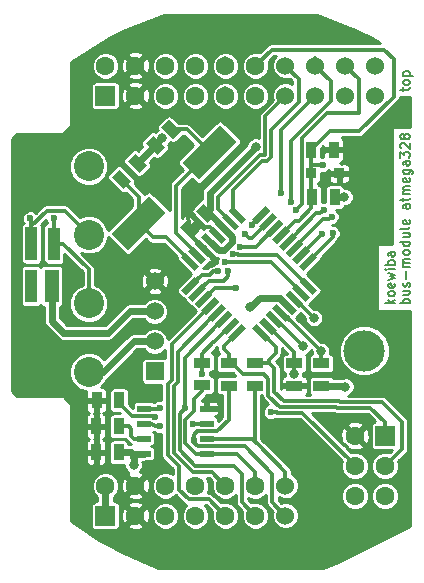
<source format=gbr>
G04 #@! TF.FileFunction,Copper,L1,Top,Signal*
%FSLAX46Y46*%
G04 Gerber Fmt 4.6, Leading zero omitted, Abs format (unit mm)*
G04 Created by KiCad (PCBNEW (2015-08-30 BZR 6133)-product) date Fr 30 Okt 2015 20:46:54 CET*
%MOMM*%
G01*
G04 APERTURE LIST*
%ADD10C,0.100000*%
%ADD11C,0.150000*%
%ADD12R,1.397000X0.889000*%
%ADD13R,1.651000X1.651000*%
%ADD14C,1.600200*%
%ADD15C,1.524000*%
%ADD16C,2.540000*%
%ADD17R,0.889000X1.397000*%
%ADD18R,1.143000X0.508000*%
%ADD19R,0.914400X0.914400*%
%ADD20C,3.500000*%
%ADD21R,1.524000X1.524000*%
%ADD22R,1.198880X2.799080*%
%ADD23R,1.000760X2.799080*%
%ADD24C,0.800000*%
%ADD25C,0.600000*%
%ADD26C,0.600000*%
%ADD27C,0.300000*%
%ADD28C,0.254000*%
G04 APERTURE END LIST*
D10*
D11*
X114336905Y-100999524D02*
X113536905Y-100999524D01*
X113841667Y-100999524D02*
X113803571Y-100923333D01*
X113803571Y-100770952D01*
X113841667Y-100694762D01*
X113879762Y-100656667D01*
X113955952Y-100618571D01*
X114184524Y-100618571D01*
X114260714Y-100656667D01*
X114298810Y-100694762D01*
X114336905Y-100770952D01*
X114336905Y-100923333D01*
X114298810Y-100999524D01*
X113803571Y-99932857D02*
X114336905Y-99932857D01*
X113803571Y-100275714D02*
X114222619Y-100275714D01*
X114298810Y-100237619D01*
X114336905Y-100161428D01*
X114336905Y-100047142D01*
X114298810Y-99970952D01*
X114260714Y-99932857D01*
X114298810Y-99589999D02*
X114336905Y-99513809D01*
X114336905Y-99361428D01*
X114298810Y-99285237D01*
X114222619Y-99247142D01*
X114184524Y-99247142D01*
X114108333Y-99285237D01*
X114070238Y-99361428D01*
X114070238Y-99475713D01*
X114032143Y-99551904D01*
X113955952Y-99589999D01*
X113917857Y-99589999D01*
X113841667Y-99551904D01*
X113803571Y-99475713D01*
X113803571Y-99361428D01*
X113841667Y-99285237D01*
X114032143Y-98904285D02*
X114032143Y-98294761D01*
X114336905Y-97913809D02*
X113803571Y-97913809D01*
X113879762Y-97913809D02*
X113841667Y-97875714D01*
X113803571Y-97799523D01*
X113803571Y-97685237D01*
X113841667Y-97609047D01*
X113917857Y-97570952D01*
X114336905Y-97570952D01*
X113917857Y-97570952D02*
X113841667Y-97532856D01*
X113803571Y-97456666D01*
X113803571Y-97342380D01*
X113841667Y-97266190D01*
X113917857Y-97228095D01*
X114336905Y-97228095D01*
X114336905Y-96732856D02*
X114298810Y-96809047D01*
X114260714Y-96847142D01*
X114184524Y-96885237D01*
X113955952Y-96885237D01*
X113879762Y-96847142D01*
X113841667Y-96809047D01*
X113803571Y-96732856D01*
X113803571Y-96618570D01*
X113841667Y-96542380D01*
X113879762Y-96504285D01*
X113955952Y-96466189D01*
X114184524Y-96466189D01*
X114260714Y-96504285D01*
X114298810Y-96542380D01*
X114336905Y-96618570D01*
X114336905Y-96732856D01*
X114336905Y-95780475D02*
X113536905Y-95780475D01*
X114298810Y-95780475D02*
X114336905Y-95856665D01*
X114336905Y-96009046D01*
X114298810Y-96085237D01*
X114260714Y-96123332D01*
X114184524Y-96161427D01*
X113955952Y-96161427D01*
X113879762Y-96123332D01*
X113841667Y-96085237D01*
X113803571Y-96009046D01*
X113803571Y-95856665D01*
X113841667Y-95780475D01*
X113803571Y-95056665D02*
X114336905Y-95056665D01*
X113803571Y-95399522D02*
X114222619Y-95399522D01*
X114298810Y-95361427D01*
X114336905Y-95285236D01*
X114336905Y-95170950D01*
X114298810Y-95094760D01*
X114260714Y-95056665D01*
X114336905Y-94561426D02*
X114298810Y-94637617D01*
X114222619Y-94675712D01*
X113536905Y-94675712D01*
X114298810Y-93951902D02*
X114336905Y-94028092D01*
X114336905Y-94180473D01*
X114298810Y-94256664D01*
X114222619Y-94294759D01*
X113917857Y-94294759D01*
X113841667Y-94256664D01*
X113803571Y-94180473D01*
X113803571Y-94028092D01*
X113841667Y-93951902D01*
X113917857Y-93913807D01*
X113994048Y-93913807D01*
X114070238Y-94294759D01*
X114336905Y-92618569D02*
X113917857Y-92618569D01*
X113841667Y-92656664D01*
X113803571Y-92732854D01*
X113803571Y-92885235D01*
X113841667Y-92961426D01*
X114298810Y-92618569D02*
X114336905Y-92694759D01*
X114336905Y-92885235D01*
X114298810Y-92961426D01*
X114222619Y-92999521D01*
X114146429Y-92999521D01*
X114070238Y-92961426D01*
X114032143Y-92885235D01*
X114032143Y-92694759D01*
X113994048Y-92618569D01*
X113803571Y-92351902D02*
X113803571Y-92047140D01*
X113536905Y-92237616D02*
X114222619Y-92237616D01*
X114298810Y-92199521D01*
X114336905Y-92123330D01*
X114336905Y-92047140D01*
X114336905Y-91780473D02*
X113803571Y-91780473D01*
X113879762Y-91780473D02*
X113841667Y-91742378D01*
X113803571Y-91666187D01*
X113803571Y-91551901D01*
X113841667Y-91475711D01*
X113917857Y-91437616D01*
X114336905Y-91437616D01*
X113917857Y-91437616D02*
X113841667Y-91399520D01*
X113803571Y-91323330D01*
X113803571Y-91209044D01*
X113841667Y-91132854D01*
X113917857Y-91094759D01*
X114336905Y-91094759D01*
X114298810Y-90409044D02*
X114336905Y-90485234D01*
X114336905Y-90637615D01*
X114298810Y-90713806D01*
X114222619Y-90751901D01*
X113917857Y-90751901D01*
X113841667Y-90713806D01*
X113803571Y-90637615D01*
X113803571Y-90485234D01*
X113841667Y-90409044D01*
X113917857Y-90370949D01*
X113994048Y-90370949D01*
X114070238Y-90751901D01*
X113803571Y-89685235D02*
X114451190Y-89685235D01*
X114527381Y-89723330D01*
X114565476Y-89761425D01*
X114603571Y-89837616D01*
X114603571Y-89951901D01*
X114565476Y-90028092D01*
X114298810Y-89685235D02*
X114336905Y-89761425D01*
X114336905Y-89913806D01*
X114298810Y-89989997D01*
X114260714Y-90028092D01*
X114184524Y-90066187D01*
X113955952Y-90066187D01*
X113879762Y-90028092D01*
X113841667Y-89989997D01*
X113803571Y-89913806D01*
X113803571Y-89761425D01*
X113841667Y-89685235D01*
X114336905Y-88961425D02*
X113917857Y-88961425D01*
X113841667Y-88999520D01*
X113803571Y-89075710D01*
X113803571Y-89228091D01*
X113841667Y-89304282D01*
X114298810Y-88961425D02*
X114336905Y-89037615D01*
X114336905Y-89228091D01*
X114298810Y-89304282D01*
X114222619Y-89342377D01*
X114146429Y-89342377D01*
X114070238Y-89304282D01*
X114032143Y-89228091D01*
X114032143Y-89037615D01*
X113994048Y-88961425D01*
X113536905Y-88656662D02*
X113536905Y-88161424D01*
X113841667Y-88428091D01*
X113841667Y-88313805D01*
X113879762Y-88237615D01*
X113917857Y-88199519D01*
X113994048Y-88161424D01*
X114184524Y-88161424D01*
X114260714Y-88199519D01*
X114298810Y-88237615D01*
X114336905Y-88313805D01*
X114336905Y-88542377D01*
X114298810Y-88618567D01*
X114260714Y-88656662D01*
X113613095Y-87856662D02*
X113575000Y-87818567D01*
X113536905Y-87742376D01*
X113536905Y-87551900D01*
X113575000Y-87475710D01*
X113613095Y-87437614D01*
X113689286Y-87399519D01*
X113765476Y-87399519D01*
X113879762Y-87437614D01*
X114336905Y-87894757D01*
X114336905Y-87399519D01*
X113879762Y-86942376D02*
X113841667Y-87018567D01*
X113803571Y-87056662D01*
X113727381Y-87094757D01*
X113689286Y-87094757D01*
X113613095Y-87056662D01*
X113575000Y-87018567D01*
X113536905Y-86942376D01*
X113536905Y-86789995D01*
X113575000Y-86713805D01*
X113613095Y-86675709D01*
X113689286Y-86637614D01*
X113727381Y-86637614D01*
X113803571Y-86675709D01*
X113841667Y-86713805D01*
X113879762Y-86789995D01*
X113879762Y-86942376D01*
X113917857Y-87018567D01*
X113955952Y-87056662D01*
X114032143Y-87094757D01*
X114184524Y-87094757D01*
X114260714Y-87056662D01*
X114298810Y-87018567D01*
X114336905Y-86942376D01*
X114336905Y-86789995D01*
X114298810Y-86713805D01*
X114260714Y-86675709D01*
X114184524Y-86637614D01*
X114032143Y-86637614D01*
X113955952Y-86675709D01*
X113917857Y-86713805D01*
X113879762Y-86789995D01*
X113803571Y-83016191D02*
X113803571Y-82711429D01*
X113536905Y-82901905D02*
X114222619Y-82901905D01*
X114298810Y-82863810D01*
X114336905Y-82787619D01*
X114336905Y-82711429D01*
X114336905Y-82330476D02*
X114298810Y-82406667D01*
X114260714Y-82444762D01*
X114184524Y-82482857D01*
X113955952Y-82482857D01*
X113879762Y-82444762D01*
X113841667Y-82406667D01*
X113803571Y-82330476D01*
X113803571Y-82216190D01*
X113841667Y-82140000D01*
X113879762Y-82101905D01*
X113955952Y-82063809D01*
X114184524Y-82063809D01*
X114260714Y-82101905D01*
X114298810Y-82140000D01*
X114336905Y-82216190D01*
X114336905Y-82330476D01*
X113803571Y-81720952D02*
X114603571Y-81720952D01*
X113841667Y-81720952D02*
X113803571Y-81644761D01*
X113803571Y-81492380D01*
X113841667Y-81416190D01*
X113879762Y-81378095D01*
X113955952Y-81339999D01*
X114184524Y-81339999D01*
X114260714Y-81378095D01*
X114298810Y-81416190D01*
X114336905Y-81492380D01*
X114336905Y-81644761D01*
X114298810Y-81720952D01*
X113066905Y-100999524D02*
X112266905Y-100999524D01*
X112762143Y-100923333D02*
X113066905Y-100694762D01*
X112533571Y-100694762D02*
X112838333Y-100999524D01*
X113066905Y-100237619D02*
X113028810Y-100313810D01*
X112990714Y-100351905D01*
X112914524Y-100390000D01*
X112685952Y-100390000D01*
X112609762Y-100351905D01*
X112571667Y-100313810D01*
X112533571Y-100237619D01*
X112533571Y-100123333D01*
X112571667Y-100047143D01*
X112609762Y-100009048D01*
X112685952Y-99970952D01*
X112914524Y-99970952D01*
X112990714Y-100009048D01*
X113028810Y-100047143D01*
X113066905Y-100123333D01*
X113066905Y-100237619D01*
X113028810Y-99323333D02*
X113066905Y-99399523D01*
X113066905Y-99551904D01*
X113028810Y-99628095D01*
X112952619Y-99666190D01*
X112647857Y-99666190D01*
X112571667Y-99628095D01*
X112533571Y-99551904D01*
X112533571Y-99399523D01*
X112571667Y-99323333D01*
X112647857Y-99285238D01*
X112724048Y-99285238D01*
X112800238Y-99666190D01*
X112533571Y-99018571D02*
X113066905Y-98866190D01*
X112685952Y-98713809D01*
X113066905Y-98561428D01*
X112533571Y-98409047D01*
X113066905Y-98104286D02*
X112533571Y-98104286D01*
X112266905Y-98104286D02*
X112305000Y-98142381D01*
X112343095Y-98104286D01*
X112305000Y-98066191D01*
X112266905Y-98104286D01*
X112343095Y-98104286D01*
X113066905Y-97723334D02*
X112266905Y-97723334D01*
X112571667Y-97723334D02*
X112533571Y-97647143D01*
X112533571Y-97494762D01*
X112571667Y-97418572D01*
X112609762Y-97380477D01*
X112685952Y-97342381D01*
X112914524Y-97342381D01*
X112990714Y-97380477D01*
X113028810Y-97418572D01*
X113066905Y-97494762D01*
X113066905Y-97647143D01*
X113028810Y-97723334D01*
X113066905Y-96656667D02*
X112647857Y-96656667D01*
X112571667Y-96694762D01*
X112533571Y-96770952D01*
X112533571Y-96923333D01*
X112571667Y-96999524D01*
X113028810Y-96656667D02*
X113066905Y-96732857D01*
X113066905Y-96923333D01*
X113028810Y-96999524D01*
X112952619Y-97037619D01*
X112876429Y-97037619D01*
X112800238Y-96999524D01*
X112762143Y-96923333D01*
X112762143Y-96732857D01*
X112724048Y-96656667D01*
D12*
X99000000Y-106057500D03*
X99000000Y-107962500D03*
X101250000Y-106057500D03*
X101250000Y-107962500D03*
D13*
X88575000Y-118970000D03*
D14*
X88575000Y-116430000D03*
X91115000Y-118970000D03*
X91115000Y-116430000D03*
X93655000Y-118970000D03*
X93655000Y-116430000D03*
X96195000Y-118970000D03*
X96195000Y-116430000D03*
X98735000Y-118970000D03*
X98735000Y-116430000D03*
X101275000Y-118970000D03*
X101275000Y-116430000D03*
D15*
X103815000Y-118970000D03*
X103815000Y-116430000D03*
D13*
X88575000Y-83410000D03*
D14*
X88575000Y-80870000D03*
X91115000Y-83410000D03*
X91115000Y-80870000D03*
X93655000Y-83410000D03*
X93655000Y-80870000D03*
X96195000Y-83410000D03*
X96195000Y-80870000D03*
X98735000Y-83410000D03*
X98735000Y-80870000D03*
X101275000Y-83410000D03*
X101275000Y-80870000D03*
D15*
X103815000Y-83410000D03*
X103815000Y-80870000D03*
X106355000Y-83410000D03*
X106355000Y-80870000D03*
X108895000Y-83410000D03*
X108895000Y-80870000D03*
X111435000Y-83410000D03*
X111435000Y-80870000D03*
D13*
X112250000Y-112210000D03*
D14*
X109710000Y-112210000D03*
X112250000Y-114750000D03*
X109710000Y-114750000D03*
X112250000Y-117290000D03*
X109710000Y-117290000D03*
D10*
G36*
X95866605Y-95521223D02*
X94878777Y-94533395D01*
X95507395Y-93904777D01*
X96495223Y-94892605D01*
X95866605Y-95521223D01*
X95866605Y-95521223D01*
G37*
G36*
X97213643Y-94174185D02*
X96225815Y-93186357D01*
X96854433Y-92557739D01*
X97842261Y-93545567D01*
X97213643Y-94174185D01*
X97213643Y-94174185D01*
G37*
D16*
X87175000Y-101010000D03*
D10*
G36*
X93942433Y-85454739D02*
X94930261Y-86442567D01*
X94301643Y-87071185D01*
X93313815Y-86083357D01*
X93942433Y-85454739D01*
X93942433Y-85454739D01*
G37*
G36*
X92595395Y-86801777D02*
X93583223Y-87789605D01*
X92954605Y-88418223D01*
X91966777Y-87430395D01*
X92595395Y-86801777D01*
X92595395Y-86801777D01*
G37*
G36*
X90081086Y-91291742D02*
X89093258Y-90303914D01*
X89721876Y-89675296D01*
X90709704Y-90663124D01*
X90081086Y-91291742D01*
X90081086Y-91291742D01*
G37*
G36*
X91428124Y-89944704D02*
X90440296Y-88956876D01*
X91068914Y-88328258D01*
X92056742Y-89316086D01*
X91428124Y-89944704D01*
X91428124Y-89944704D01*
G37*
D17*
X87775000Y-113610000D03*
X89680000Y-113610000D03*
D12*
X106863000Y-106079500D03*
X106863000Y-107984500D03*
D17*
X106095000Y-92000000D03*
X108000000Y-92000000D03*
D16*
X87175000Y-89410000D03*
X87175000Y-95210000D03*
X87175000Y-106810000D03*
D12*
X104577000Y-107984500D03*
X104577000Y-106079500D03*
D17*
X87775000Y-111410000D03*
X89680000Y-111410000D03*
D12*
X96750000Y-106010000D03*
X96750000Y-107915000D03*
D17*
X87822500Y-109210000D03*
X89727500Y-109210000D03*
X107905000Y-88000000D03*
X106000000Y-88000000D03*
D18*
X97167000Y-109905000D03*
X91833000Y-109905000D03*
X97167000Y-111175000D03*
X97167000Y-112445000D03*
X97167000Y-113715000D03*
X91833000Y-111175000D03*
X91833000Y-112445000D03*
X91833000Y-113715000D03*
D19*
X106000000Y-90000000D03*
X108352040Y-90000000D03*
D10*
G36*
X98269143Y-85902364D02*
X99682636Y-87315857D01*
X96500033Y-90498460D01*
X95086540Y-89084967D01*
X98269143Y-85902364D01*
X98269143Y-85902364D01*
G37*
G36*
X92259555Y-91911952D02*
X93673048Y-93325445D01*
X90490445Y-96508048D01*
X89076952Y-95094555D01*
X92259555Y-91911952D01*
X92259555Y-91911952D01*
G37*
D20*
X110500000Y-105000000D03*
D21*
X92750000Y-106750000D03*
D15*
X92750000Y-104210000D03*
X92750000Y-101670000D03*
X92750000Y-99130000D03*
D22*
X84019620Y-99550860D03*
D23*
X82300040Y-99550860D03*
X84199960Y-95949140D03*
D10*
G36*
X81799660Y-97348680D02*
X81799660Y-94549600D01*
X82800420Y-94549600D01*
X82800420Y-97348680D01*
X81799660Y-97348680D01*
X81799660Y-97348680D01*
G37*
G36*
X98964555Y-93143666D02*
X99353464Y-92754757D01*
X100484835Y-93886128D01*
X100095926Y-94275037D01*
X98964555Y-93143666D01*
X98964555Y-93143666D01*
G37*
G36*
X98398870Y-93709352D02*
X98787779Y-93320443D01*
X99919150Y-94451814D01*
X99530241Y-94840723D01*
X98398870Y-93709352D01*
X98398870Y-93709352D01*
G37*
G36*
X97833184Y-94275037D02*
X98222093Y-93886128D01*
X99353464Y-95017499D01*
X98964555Y-95406408D01*
X97833184Y-94275037D01*
X97833184Y-94275037D01*
G37*
G36*
X97267499Y-94840722D02*
X97656408Y-94451813D01*
X98787779Y-95583184D01*
X98398870Y-95972093D01*
X97267499Y-94840722D01*
X97267499Y-94840722D01*
G37*
G36*
X96701813Y-95406408D02*
X97090722Y-95017499D01*
X98222093Y-96148870D01*
X97833184Y-96537779D01*
X96701813Y-95406408D01*
X96701813Y-95406408D01*
G37*
G36*
X96136128Y-95972093D02*
X96525037Y-95583184D01*
X97656408Y-96714555D01*
X97267499Y-97103464D01*
X96136128Y-95972093D01*
X96136128Y-95972093D01*
G37*
G36*
X95570443Y-96537779D02*
X95959352Y-96148870D01*
X97090723Y-97280241D01*
X96701814Y-97669150D01*
X95570443Y-96537779D01*
X95570443Y-96537779D01*
G37*
G36*
X95004757Y-97103464D02*
X95393666Y-96714555D01*
X96525037Y-97845926D01*
X96136128Y-98234835D01*
X95004757Y-97103464D01*
X95004757Y-97103464D01*
G37*
G36*
X95393666Y-100285445D02*
X95004757Y-99896536D01*
X96136128Y-98765165D01*
X96525037Y-99154074D01*
X95393666Y-100285445D01*
X95393666Y-100285445D01*
G37*
G36*
X95959352Y-100851130D02*
X95570443Y-100462221D01*
X96701814Y-99330850D01*
X97090723Y-99719759D01*
X95959352Y-100851130D01*
X95959352Y-100851130D01*
G37*
G36*
X96525037Y-101416816D02*
X96136128Y-101027907D01*
X97267499Y-99896536D01*
X97656408Y-100285445D01*
X96525037Y-101416816D01*
X96525037Y-101416816D01*
G37*
G36*
X97090722Y-101982501D02*
X96701813Y-101593592D01*
X97833184Y-100462221D01*
X98222093Y-100851130D01*
X97090722Y-101982501D01*
X97090722Y-101982501D01*
G37*
G36*
X97656408Y-102548187D02*
X97267499Y-102159278D01*
X98398870Y-101027907D01*
X98787779Y-101416816D01*
X97656408Y-102548187D01*
X97656408Y-102548187D01*
G37*
G36*
X98222093Y-103113872D02*
X97833184Y-102724963D01*
X98964555Y-101593592D01*
X99353464Y-101982501D01*
X98222093Y-103113872D01*
X98222093Y-103113872D01*
G37*
G36*
X98787779Y-103679557D02*
X98398870Y-103290648D01*
X99530241Y-102159277D01*
X99919150Y-102548186D01*
X98787779Y-103679557D01*
X98787779Y-103679557D01*
G37*
G36*
X99353464Y-104245243D02*
X98964555Y-103856334D01*
X100095926Y-102724963D01*
X100484835Y-103113872D01*
X99353464Y-104245243D01*
X99353464Y-104245243D01*
G37*
G36*
X101015165Y-103113872D02*
X101404074Y-102724963D01*
X102535445Y-103856334D01*
X102146536Y-104245243D01*
X101015165Y-103113872D01*
X101015165Y-103113872D01*
G37*
G36*
X101580850Y-102548186D02*
X101969759Y-102159277D01*
X103101130Y-103290648D01*
X102712221Y-103679557D01*
X101580850Y-102548186D01*
X101580850Y-102548186D01*
G37*
G36*
X102146536Y-101982501D02*
X102535445Y-101593592D01*
X103666816Y-102724963D01*
X103277907Y-103113872D01*
X102146536Y-101982501D01*
X102146536Y-101982501D01*
G37*
G36*
X102712221Y-101416816D02*
X103101130Y-101027907D01*
X104232501Y-102159278D01*
X103843592Y-102548187D01*
X102712221Y-101416816D01*
X102712221Y-101416816D01*
G37*
G36*
X103277907Y-100851130D02*
X103666816Y-100462221D01*
X104798187Y-101593592D01*
X104409278Y-101982501D01*
X103277907Y-100851130D01*
X103277907Y-100851130D01*
G37*
G36*
X103843592Y-100285445D02*
X104232501Y-99896536D01*
X105363872Y-101027907D01*
X104974963Y-101416816D01*
X103843592Y-100285445D01*
X103843592Y-100285445D01*
G37*
G36*
X104409277Y-99719759D02*
X104798186Y-99330850D01*
X105929557Y-100462221D01*
X105540648Y-100851130D01*
X104409277Y-99719759D01*
X104409277Y-99719759D01*
G37*
G36*
X104974963Y-99154074D02*
X105363872Y-98765165D01*
X106495243Y-99896536D01*
X106106334Y-100285445D01*
X104974963Y-99154074D01*
X104974963Y-99154074D01*
G37*
G36*
X105363872Y-98234835D02*
X104974963Y-97845926D01*
X106106334Y-96714555D01*
X106495243Y-97103464D01*
X105363872Y-98234835D01*
X105363872Y-98234835D01*
G37*
G36*
X104798186Y-97669150D02*
X104409277Y-97280241D01*
X105540648Y-96148870D01*
X105929557Y-96537779D01*
X104798186Y-97669150D01*
X104798186Y-97669150D01*
G37*
G36*
X104232501Y-97103464D02*
X103843592Y-96714555D01*
X104974963Y-95583184D01*
X105363872Y-95972093D01*
X104232501Y-97103464D01*
X104232501Y-97103464D01*
G37*
G36*
X103666816Y-96537779D02*
X103277907Y-96148870D01*
X104409278Y-95017499D01*
X104798187Y-95406408D01*
X103666816Y-96537779D01*
X103666816Y-96537779D01*
G37*
G36*
X103101130Y-95972093D02*
X102712221Y-95583184D01*
X103843592Y-94451813D01*
X104232501Y-94840722D01*
X103101130Y-95972093D01*
X103101130Y-95972093D01*
G37*
G36*
X102535445Y-95406408D02*
X102146536Y-95017499D01*
X103277907Y-93886128D01*
X103666816Y-94275037D01*
X102535445Y-95406408D01*
X102535445Y-95406408D01*
G37*
G36*
X101969759Y-94840723D02*
X101580850Y-94451814D01*
X102712221Y-93320443D01*
X103101130Y-93709352D01*
X101969759Y-94840723D01*
X101969759Y-94840723D01*
G37*
G36*
X101404074Y-94275037D02*
X101015165Y-93886128D01*
X102146536Y-92754757D01*
X102535445Y-93143666D01*
X101404074Y-94275037D01*
X101404074Y-94275037D01*
G37*
D24*
X108895000Y-108048000D03*
X100838000Y-101346000D03*
X101337577Y-87732696D03*
X90953102Y-114683096D03*
X93375000Y-87010000D03*
X108800000Y-92000000D03*
X106817491Y-105038553D03*
X104559296Y-106939986D03*
D25*
X93194994Y-111378999D03*
X96095488Y-112529414D03*
X99374474Y-96855924D03*
X98701430Y-97507667D03*
X106893927Y-95106073D03*
X107798536Y-95048566D03*
X107070006Y-93085721D03*
X107716362Y-93676983D03*
X103413541Y-91647944D03*
X98976975Y-98258729D03*
X104274499Y-92406351D03*
X98096656Y-98297677D03*
X104729138Y-93064623D03*
X99587329Y-99699900D03*
X92802249Y-110580229D03*
X95995045Y-111231774D03*
X100942140Y-94324170D03*
X99963464Y-96218659D03*
X100429671Y-95157015D03*
X107000000Y-89250000D03*
X93172218Y-109870904D03*
X95281401Y-109900605D03*
D24*
X106250000Y-102250000D03*
X105300538Y-104625592D03*
D25*
X96775000Y-106970498D03*
X102575000Y-110210000D03*
X98127417Y-109901353D03*
X103175000Y-111610000D03*
X91349089Y-87506405D03*
X84184812Y-93809485D03*
X82200000Y-93800000D03*
D26*
X106863000Y-107984500D02*
X108831500Y-107984500D01*
X108831500Y-107984500D02*
X108895000Y-108048000D01*
X92750000Y-101670000D02*
X90635000Y-101670000D01*
X84019620Y-102476620D02*
X84019620Y-99550860D01*
X85019000Y-103476000D02*
X84019620Y-102476620D01*
X88829000Y-103476000D02*
X85019000Y-103476000D01*
X90635000Y-101670000D02*
X88829000Y-103476000D01*
X104038047Y-101222361D02*
X103343583Y-100527897D01*
X103343583Y-100527897D02*
X101656103Y-100527897D01*
X101656103Y-100527897D02*
X100838000Y-101346000D01*
X98608000Y-96491000D02*
X98608000Y-96470086D01*
X98608000Y-96470086D02*
X99287789Y-95790297D01*
X99287789Y-95790297D02*
X99287789Y-95340733D01*
X99287789Y-95340733D02*
X98593324Y-94646268D01*
X98175314Y-96491000D02*
X98608000Y-96491000D01*
X97461953Y-95777639D02*
X98175314Y-96491000D01*
X97034038Y-93365962D02*
X97419057Y-92980943D01*
X97419057Y-92980943D02*
X97419057Y-91651216D01*
X97419057Y-91651216D02*
X101337577Y-87732696D01*
X98593324Y-94646268D02*
X97313018Y-93365962D01*
X97313018Y-93365962D02*
X97034038Y-93365962D01*
X90953102Y-114683096D02*
X90953102Y-114117411D01*
X90953102Y-114117411D02*
X90880000Y-114044309D01*
X90880000Y-114044309D02*
X90880000Y-113715000D01*
X91833000Y-113715000D02*
X90880000Y-113715000D01*
X90880000Y-113715000D02*
X90775000Y-113610000D01*
X90775000Y-113610000D02*
X89680000Y-113610000D01*
X92775000Y-87610000D02*
X93375000Y-87010000D01*
X91375000Y-89210000D02*
X91375000Y-89010000D01*
X91375000Y-89010000D02*
X92775000Y-87610000D01*
X88575000Y-118970000D02*
X88575000Y-116430000D01*
X97432928Y-93451534D02*
X97432928Y-93432928D01*
X107905000Y-92000000D02*
X108800000Y-92000000D01*
D27*
X103472361Y-101788047D02*
X104108756Y-102424442D01*
X104108756Y-102424442D02*
X104203380Y-102424442D01*
X104203380Y-102424442D02*
X106417492Y-104638554D01*
X106417492Y-104638554D02*
X106817491Y-105038553D01*
X106817491Y-105038553D02*
X106817491Y-106033991D01*
X106817491Y-106033991D02*
X106863000Y-106079500D01*
X104026223Y-102128023D02*
X103878023Y-102128023D01*
X104559296Y-106374301D02*
X104559296Y-106939986D01*
X102707696Y-103259536D02*
X104559296Y-105111136D01*
X104559296Y-105111136D02*
X104559296Y-106374301D01*
X94175000Y-107479002D02*
X94175000Y-104464343D01*
X97345101Y-117580101D02*
X95604899Y-117580101D01*
X93844995Y-113846951D02*
X93844995Y-107809007D01*
X94805101Y-114807057D02*
X93844995Y-113846951D01*
X94805101Y-116780303D02*
X94805101Y-114807057D01*
X93844995Y-107809007D02*
X94175000Y-107479002D01*
X94175000Y-104464343D02*
X97068095Y-101571248D01*
X95604899Y-117580101D02*
X94805101Y-116780303D01*
X98735000Y-118970000D02*
X97345101Y-117580101D01*
X95964177Y-115259011D02*
X94345005Y-113639839D01*
X94345005Y-108016119D02*
X94675011Y-107686113D01*
X94675011Y-107686113D02*
X94675011Y-105077883D01*
X94675011Y-105077883D02*
X97624871Y-102128023D01*
X98735000Y-116430000D02*
X97564012Y-115259012D01*
X97564012Y-115259012D02*
X95964177Y-115259011D01*
X94345005Y-113639839D02*
X94345005Y-108016119D01*
X97167000Y-113715000D02*
X96274376Y-113715000D01*
X96274376Y-113715000D02*
X95345025Y-112785649D01*
X95345025Y-112785649D02*
X95345025Y-110894163D01*
X101275000Y-116430000D02*
X101275000Y-115298488D01*
X101275000Y-115298488D02*
X99691512Y-113715000D01*
X99691512Y-113715000D02*
X97167000Y-113715000D01*
X96750000Y-108452500D02*
X96750000Y-107915000D01*
X96095929Y-110143264D02*
X96095929Y-109106571D01*
X96095929Y-109106571D02*
X96750000Y-108452500D01*
X95345025Y-110894163D02*
X96095929Y-110143264D01*
X99000000Y-107962500D02*
X99000000Y-110859500D01*
X99000000Y-110859500D02*
X98018501Y-111840999D01*
X98018501Y-111840999D02*
X96359639Y-111840999D01*
X96359639Y-111840999D02*
X96095488Y-112105150D01*
X96095488Y-112105150D02*
X96095488Y-112529414D01*
X96095488Y-112828990D02*
X96095488Y-112529414D01*
X96377497Y-113110999D02*
X96095488Y-112828990D01*
X100375999Y-113110999D02*
X96377497Y-113110999D01*
X102702999Y-115437999D02*
X100375999Y-113110999D01*
X102702999Y-117857999D02*
X102702999Y-115437999D01*
X103815000Y-118970000D02*
X102702999Y-117857999D01*
X92743999Y-111378999D02*
X92540000Y-111175000D01*
X92540000Y-111175000D02*
X91833000Y-111175000D01*
X93194994Y-111378999D02*
X92743999Y-111378999D01*
X101250000Y-107962500D02*
X101250000Y-112680000D01*
X101250000Y-112680000D02*
X101455000Y-112885000D01*
X97167000Y-112445000D02*
X101015000Y-112445000D01*
X101015000Y-112445000D02*
X101455000Y-112885000D01*
X103815000Y-115245000D02*
X101455000Y-112885000D01*
X103815000Y-116430000D02*
X103815000Y-115245000D01*
X99798738Y-96855924D02*
X99811479Y-96868665D01*
X99374474Y-96855924D02*
X99798738Y-96855924D01*
X99811479Y-96868665D02*
X103078463Y-96868665D01*
X103078463Y-96868665D02*
X105735103Y-99525305D01*
X106102233Y-99864999D02*
X106027304Y-99864999D01*
X105545457Y-100421775D02*
X102631349Y-97507667D01*
X102631349Y-97507667D02*
X98701430Y-97507667D01*
X105559825Y-96484831D02*
X106893927Y-95150729D01*
X106893927Y-95150729D02*
X106893927Y-95106073D01*
X107798536Y-95374040D02*
X107798536Y-95048566D01*
X106123785Y-97048791D02*
X107798536Y-95374040D01*
X106770007Y-93385720D02*
X107070006Y-93085721D01*
X104428313Y-95353318D02*
X106395911Y-93385720D01*
X106395911Y-93385720D02*
X106770007Y-93385720D01*
X98730000Y-82770000D02*
X98730000Y-83520000D01*
X107032333Y-93877218D02*
X107516127Y-93877218D01*
X104992273Y-95917278D02*
X107032333Y-93877218D01*
X107516127Y-93877218D02*
X107716362Y-93676983D01*
X98730000Y-80230000D02*
X98730000Y-80270000D01*
X102250642Y-88918248D02*
X101848932Y-88918248D01*
X102588501Y-88580389D02*
X102250642Y-88918248D01*
X99333680Y-91433500D02*
X99333680Y-93097478D01*
X101848932Y-88918248D02*
X99333680Y-91433500D01*
X102588501Y-86296499D02*
X102588501Y-88580389D01*
X104927001Y-81982001D02*
X104927001Y-83957999D01*
X103815000Y-80870000D02*
X104927001Y-81982001D01*
X104927001Y-83957999D02*
X102588501Y-86296499D01*
X103413541Y-86351459D02*
X103413541Y-91647944D01*
X106355000Y-83410000D02*
X103413541Y-86351459D01*
X98976975Y-98682993D02*
X98976975Y-98258729D01*
X98586030Y-99073938D02*
X98976975Y-98682993D01*
X97302380Y-99073938D02*
X98586030Y-99073938D01*
X95936583Y-100439735D02*
X97302380Y-99073938D01*
X104274499Y-87245377D02*
X104274499Y-92406351D01*
X107675000Y-83844876D02*
X104274499Y-87245377D01*
X106355000Y-80870000D02*
X107675000Y-82190000D01*
X107675000Y-82190000D02*
X107675000Y-83844876D01*
X95379807Y-99882959D02*
X95433620Y-99882959D01*
X95433620Y-99882959D02*
X96742652Y-98573927D01*
X97672392Y-98297677D02*
X98096656Y-98297677D01*
X96742652Y-98573927D02*
X97396142Y-98573927D01*
X97396142Y-98573927D02*
X97672392Y-98297677D01*
X106350000Y-80230000D02*
X106350000Y-81161238D01*
X107348999Y-84877999D02*
X105192799Y-87034199D01*
X110007001Y-84877999D02*
X107348999Y-84877999D01*
X105192799Y-87034199D02*
X105192799Y-92600962D01*
X108895000Y-80870000D02*
X110007001Y-81982001D01*
X110007001Y-81982001D02*
X110007001Y-84877999D01*
X105192799Y-92600962D02*
X104729138Y-93064623D01*
X97825891Y-99699900D02*
X99587329Y-99699900D01*
X96511319Y-101014472D02*
X97825891Y-99699900D01*
D26*
X92750000Y-104210000D02*
X90957913Y-104210000D01*
X90957913Y-104210000D02*
X88357913Y-106810000D01*
X88357913Y-106810000D02*
X87175000Y-106810000D01*
D27*
X90775000Y-111610000D02*
X90575000Y-111410000D01*
X90575000Y-111410000D02*
X89680000Y-111410000D01*
X90775000Y-112258500D02*
X90775000Y-111610000D01*
X91833000Y-112445000D02*
X90961500Y-112445000D01*
X90961500Y-112445000D02*
X90775000Y-112258500D01*
X89727500Y-109464000D02*
X90834499Y-110570999D01*
X90834499Y-110570999D02*
X92793019Y-110570999D01*
X89727500Y-109210000D02*
X89727500Y-109464000D01*
X92793019Y-110570999D02*
X92802249Y-110580229D01*
X97167000Y-111175000D02*
X96051819Y-111175000D01*
X96051819Y-111175000D02*
X95995045Y-111231774D01*
X102165288Y-93101022D02*
X101242139Y-94024171D01*
X101242139Y-94024171D02*
X100942140Y-94324170D01*
X102165288Y-93090294D02*
X102165288Y-93101022D01*
X101299948Y-96218659D02*
X99963464Y-96218659D01*
X103296801Y-94221806D02*
X101299948Y-96218659D01*
X102729248Y-93654254D02*
X102081094Y-94302408D01*
X102081094Y-94302408D02*
X102081094Y-94337741D01*
X102081094Y-94337741D02*
X100961821Y-95457014D01*
X100961821Y-95457014D02*
X100729670Y-95457014D01*
X100729670Y-95457014D02*
X100429671Y-95157015D01*
X103860761Y-94785766D02*
X104638217Y-94008310D01*
X106000000Y-92000000D02*
X106000000Y-90000000D01*
X106000000Y-92948500D02*
X106000000Y-92000000D01*
X104940190Y-94008310D02*
X106000000Y-92948500D01*
X104638217Y-94008310D02*
X104940190Y-94008310D01*
X112975000Y-83515762D02*
X110080762Y-86410000D01*
X112175000Y-79510000D02*
X112975000Y-80310000D01*
X110080762Y-86410000D02*
X107590000Y-86410000D01*
X107590000Y-86410000D02*
X106000000Y-88000000D01*
X101275000Y-80870000D02*
X102635000Y-79510000D01*
X112975000Y-80310000D02*
X112975000Y-83515762D01*
X102635000Y-79510000D02*
X112175000Y-79510000D01*
X107000000Y-89250000D02*
X106000000Y-89250000D01*
X112446280Y-117290000D02*
X112250000Y-117290000D01*
X106000000Y-90000000D02*
X106000000Y-89250000D01*
X106000000Y-89250000D02*
X106000000Y-88000000D01*
X93138122Y-109905000D02*
X93172218Y-109870904D01*
X91833000Y-109905000D02*
X93138122Y-109905000D01*
X100124899Y-117819899D02*
X100124899Y-115459899D01*
X100124899Y-115459899D02*
X99424001Y-114759001D01*
X99424001Y-114759001D02*
X96171289Y-114759001D01*
X96171289Y-114759001D02*
X94845016Y-113432728D01*
X101275000Y-118970000D02*
X100124899Y-117819899D01*
X94845016Y-110336990D02*
X95281401Y-109900605D01*
X94845016Y-113432728D02*
X94845016Y-110336990D01*
X95281401Y-105620966D02*
X95281401Y-109900605D01*
X98199607Y-102702760D02*
X95281401Y-105620966D01*
X94528767Y-91056233D02*
X97384588Y-88200412D01*
X94528767Y-95073423D02*
X94528767Y-91056233D01*
X95947359Y-96492015D02*
X94528767Y-95073423D01*
X97384588Y-88200412D02*
X95447138Y-86262962D01*
X95447138Y-86262962D02*
X94122038Y-86262962D01*
X96342783Y-89407217D02*
X98004794Y-87745206D01*
X98004794Y-87657756D02*
X98004794Y-87745206D01*
X91375000Y-94210000D02*
X91375000Y-91957038D01*
X91375000Y-91957038D02*
X89901481Y-90483519D01*
X92575000Y-95410000D02*
X93733832Y-95410000D01*
X93733832Y-95410000D02*
X95381603Y-97057771D01*
X91375000Y-94210000D02*
X92575000Y-95410000D01*
X92119794Y-93754794D02*
X92119794Y-93795962D01*
X91995206Y-93754794D02*
X92119794Y-93754794D01*
X91995206Y-93592244D02*
X91995206Y-93754794D01*
X95298183Y-97057771D02*
X95381603Y-97057771D01*
X106250000Y-102250000D02*
X106224209Y-102250000D01*
X106224209Y-102250000D02*
X104970720Y-100996511D01*
X103359745Y-102684799D02*
X105300538Y-104625592D01*
X103282432Y-102684799D02*
X103359745Y-102684799D01*
X102043531Y-88418237D02*
X102088490Y-88373278D01*
X102088490Y-85136510D02*
X103815000Y-83410000D01*
X98776140Y-93663234D02*
X98082939Y-92970033D01*
X101641821Y-88418237D02*
X102043531Y-88418237D01*
X98082939Y-92970033D02*
X98082939Y-91977119D01*
X98082939Y-91977119D02*
X101641821Y-88418237D01*
X102088490Y-88373278D02*
X102088490Y-85136510D01*
X99254000Y-106057500D02*
X99000000Y-106057500D01*
X112250000Y-112210000D02*
X112250000Y-111084500D01*
X112250000Y-111084500D02*
X111005198Y-109839698D01*
X102375000Y-107410000D02*
X101975000Y-107010000D01*
X100206500Y-107010000D02*
X99254000Y-106057500D01*
X108122295Y-109747012D02*
X103314387Y-109747011D01*
X108214981Y-109839698D02*
X108122295Y-109747012D01*
X101975000Y-107010000D02*
X100206500Y-107010000D01*
X111005198Y-109839698D02*
X108214981Y-109839698D01*
X102375000Y-108807624D02*
X102375000Y-107410000D01*
X103314387Y-109747011D02*
X102375000Y-108807624D01*
X99000000Y-105313000D02*
X98571624Y-104884624D01*
X98571624Y-104884624D02*
X98571624Y-104629689D01*
X98571624Y-104629689D02*
X99349080Y-103852233D01*
X99000000Y-106057500D02*
X99000000Y-105313000D01*
X102875011Y-106510011D02*
X102422500Y-106057500D01*
X108422093Y-109339688D02*
X108329406Y-109247001D01*
X111945690Y-109339688D02*
X108422093Y-109339688D01*
X102875011Y-108466065D02*
X102875011Y-106510011D01*
X103655947Y-109247001D02*
X102875011Y-108466065D01*
X112250000Y-114750000D02*
X113690501Y-113309499D01*
X113690501Y-111084499D02*
X111945690Y-109339688D01*
X113690501Y-113309499D02*
X113690501Y-111084499D01*
X108329406Y-109247001D02*
X103655947Y-109247001D01*
X102975000Y-105210000D02*
X102975000Y-104676313D01*
X102975000Y-104676313D02*
X102132959Y-103834272D01*
X102422500Y-105762500D02*
X102975000Y-105210000D01*
X102422500Y-106057500D02*
X102422500Y-105762500D01*
X102422500Y-106057500D02*
X101250000Y-106057500D01*
X109710000Y-114705527D02*
X105251495Y-110247022D01*
X103070254Y-110210000D02*
X102575000Y-110210000D01*
X109710000Y-114750000D02*
X109710000Y-114705527D01*
X105251495Y-110247022D02*
X103107275Y-110247021D01*
X103107275Y-110247021D02*
X103070254Y-110210000D01*
X96775000Y-106970498D02*
X96775000Y-106035000D01*
X96775000Y-106035000D02*
X96750000Y-106010000D01*
X96750000Y-106010000D02*
X96750000Y-105250000D01*
X97698160Y-104301840D02*
X96750000Y-105250000D01*
X97750000Y-104301840D02*
X97698160Y-104301840D01*
X98774344Y-103277496D02*
X97750000Y-104301840D01*
X95560000Y-93857382D02*
X95560000Y-93062000D01*
X95687000Y-94713000D02*
X95687000Y-93984382D01*
X95687000Y-93984382D02*
X95560000Y-93857382D01*
X96896268Y-96343324D02*
X95687000Y-95134056D01*
X95687000Y-95134056D02*
X95687000Y-94713000D01*
X98027639Y-95211953D02*
X97391244Y-94575558D01*
X97391244Y-94575558D02*
X96553060Y-94575558D01*
X96553060Y-94575558D02*
X96415618Y-94713000D01*
X96415618Y-94713000D02*
X95687000Y-94713000D01*
X98123770Y-109905000D02*
X98127417Y-109901353D01*
X97167000Y-109905000D02*
X98123770Y-109905000D01*
X84199960Y-95949140D02*
X85000340Y-95949140D01*
X85000340Y-95949140D02*
X87175000Y-98123800D01*
X84199960Y-95949140D02*
X84199960Y-93824633D01*
X84199960Y-93824633D02*
X84184812Y-93809485D01*
X87175000Y-101010000D02*
X87175000Y-98123800D01*
X84199960Y-95734189D02*
X84199960Y-95949140D01*
X82300040Y-94449600D02*
X82300040Y-95949140D01*
X85124483Y-93159483D02*
X83590157Y-93159483D01*
X87175000Y-95210000D02*
X85124483Y-93159483D01*
X83590157Y-93159483D02*
X82300040Y-94449600D01*
X82300040Y-95949140D02*
X82300040Y-93900040D01*
X82300040Y-93900040D02*
X82200000Y-93800000D01*
X82200000Y-95849100D02*
X82300040Y-95949140D01*
D28*
G36*
X109722718Y-77844155D02*
X111162163Y-78563616D01*
X111826776Y-78979000D01*
X102635000Y-78979000D01*
X102431795Y-79019420D01*
X102259526Y-79134526D01*
X102259524Y-79134529D01*
X101648032Y-79746021D01*
X101510966Y-79689106D01*
X101041095Y-79688696D01*
X100606835Y-79868128D01*
X100274296Y-80200087D01*
X100094106Y-80634034D01*
X100093696Y-81103905D01*
X100273128Y-81538165D01*
X100605087Y-81870704D01*
X101039034Y-82050894D01*
X101508905Y-82051304D01*
X101943165Y-81871872D01*
X102275704Y-81539913D01*
X102455894Y-81105966D01*
X102456304Y-80636095D01*
X102398865Y-80497082D01*
X102854947Y-80041000D01*
X103027589Y-80041000D01*
X102846577Y-80221697D01*
X102672199Y-80641646D01*
X102671802Y-81096359D01*
X102845446Y-81516612D01*
X103166697Y-81838423D01*
X103586646Y-82012801D01*
X104041359Y-82013198D01*
X104158747Y-81964695D01*
X104396001Y-82201949D01*
X104396001Y-82413631D01*
X104043354Y-82267199D01*
X103588641Y-82266802D01*
X103168388Y-82440446D01*
X102846577Y-82761697D01*
X102672199Y-83181646D01*
X102671802Y-83636359D01*
X102720305Y-83753747D01*
X101713016Y-84761036D01*
X101597910Y-84933305D01*
X101557490Y-85136510D01*
X101557490Y-86978358D01*
X101493609Y-86951832D01*
X101182908Y-86951560D01*
X100895754Y-87070210D01*
X100675863Y-87289717D01*
X100575306Y-87531887D01*
X96937517Y-91169676D01*
X96789895Y-91390608D01*
X96756564Y-91558177D01*
X96738057Y-91651216D01*
X96738057Y-92192220D01*
X96708257Y-92197827D01*
X96579747Y-92283053D01*
X95951129Y-92911671D01*
X95870079Y-93030293D01*
X95837388Y-93180990D01*
X95865903Y-93332533D01*
X95951129Y-93461043D01*
X96938957Y-94448871D01*
X97027866Y-94509619D01*
X96994733Y-94509619D01*
X96905506Y-94598846D01*
X96870616Y-94683078D01*
X96857216Y-94650729D01*
X96737100Y-94530612D01*
X96468530Y-94262043D01*
X96317562Y-94262043D01*
X95866605Y-94713000D01*
X95880748Y-94727142D01*
X95701142Y-94906748D01*
X95687000Y-94892605D01*
X95672858Y-94906748D01*
X95493253Y-94727143D01*
X95507395Y-94713000D01*
X95493252Y-94698858D01*
X95672858Y-94519252D01*
X95687000Y-94533395D01*
X96137957Y-94082438D01*
X96137957Y-93931470D01*
X95869388Y-93662900D01*
X95749271Y-93542784D01*
X95592330Y-93477777D01*
X95422459Y-93477777D01*
X95265518Y-93542784D01*
X95059767Y-93748536D01*
X95059767Y-91276181D01*
X95894075Y-90441874D01*
X96225347Y-90773146D01*
X96343969Y-90854196D01*
X96494666Y-90886887D01*
X96646209Y-90858372D01*
X96774719Y-90773146D01*
X99957322Y-87590543D01*
X100038372Y-87471921D01*
X100071063Y-87321224D01*
X100042548Y-87169681D01*
X99957322Y-87041171D01*
X98543829Y-85627678D01*
X98425207Y-85546628D01*
X98274510Y-85513937D01*
X98122967Y-85542452D01*
X97994457Y-85627678D01*
X96778630Y-86843506D01*
X95822612Y-85887488D01*
X95650343Y-85772382D01*
X95447138Y-85731962D01*
X94769028Y-85731962D01*
X94217119Y-85180053D01*
X94098497Y-85099003D01*
X93947800Y-85066312D01*
X93796257Y-85094827D01*
X93667747Y-85180053D01*
X93039129Y-85808671D01*
X92958079Y-85927293D01*
X92925388Y-86077990D01*
X92953903Y-86229533D01*
X93010859Y-86315416D01*
X92933177Y-86347514D01*
X92800744Y-86479716D01*
X92751459Y-86446041D01*
X92600762Y-86413350D01*
X92449219Y-86441865D01*
X92320709Y-86527091D01*
X91692091Y-87155709D01*
X91611041Y-87274331D01*
X91578350Y-87425028D01*
X91606865Y-87576571D01*
X91692091Y-87705081D01*
X91704465Y-87717455D01*
X91355974Y-88065946D01*
X91343600Y-88053572D01*
X91224978Y-87972522D01*
X91074281Y-87939831D01*
X90922738Y-87968346D01*
X90794228Y-88053572D01*
X90165610Y-88682190D01*
X90084560Y-88800812D01*
X90051869Y-88951509D01*
X90080384Y-89103052D01*
X90165610Y-89231562D01*
X91153438Y-90219390D01*
X91272060Y-90300440D01*
X91422757Y-90333131D01*
X91574300Y-90304616D01*
X91702810Y-90219390D01*
X92331428Y-89590772D01*
X92412478Y-89472150D01*
X92445169Y-89321453D01*
X92416654Y-89169910D01*
X92331428Y-89041400D01*
X92319054Y-89029026D01*
X92667545Y-88680535D01*
X92679919Y-88692909D01*
X92798541Y-88773959D01*
X92949238Y-88806650D01*
X93100781Y-88778135D01*
X93229291Y-88692909D01*
X93857909Y-88064291D01*
X93938959Y-87945669D01*
X93971650Y-87794972D01*
X93943135Y-87643429D01*
X93904416Y-87585046D01*
X94036714Y-87452979D01*
X94069203Y-87374736D01*
X94145579Y-87426921D01*
X94296276Y-87459612D01*
X94447819Y-87431097D01*
X94576329Y-87345871D01*
X95128238Y-86793962D01*
X95227190Y-86793962D01*
X96027682Y-87594454D01*
X94811854Y-88810281D01*
X94730804Y-88928903D01*
X94698113Y-89079600D01*
X94726628Y-89231143D01*
X94811854Y-89359653D01*
X95143127Y-89690926D01*
X94153293Y-90680759D01*
X94038187Y-90853028D01*
X93997767Y-91056233D01*
X93997767Y-93126202D01*
X93947734Y-93050759D01*
X92534241Y-91637266D01*
X92415619Y-91556216D01*
X92264922Y-91523525D01*
X92113379Y-91552040D01*
X91984869Y-91637266D01*
X91866031Y-91756104D01*
X91865580Y-91753834D01*
X91865580Y-91753833D01*
X91750474Y-91581564D01*
X91750471Y-91581562D01*
X91034045Y-90865136D01*
X91065440Y-90819188D01*
X91098131Y-90668491D01*
X91069616Y-90516948D01*
X90984390Y-90388438D01*
X89996562Y-89400610D01*
X89877940Y-89319560D01*
X89727243Y-89286869D01*
X89575700Y-89315384D01*
X89447190Y-89400610D01*
X88818572Y-90029228D01*
X88737522Y-90147850D01*
X88704831Y-90298547D01*
X88733346Y-90450090D01*
X88818572Y-90578600D01*
X89806400Y-91566428D01*
X89925022Y-91647478D01*
X90075719Y-91680169D01*
X90227262Y-91651654D01*
X90282221Y-91615206D01*
X90844000Y-92176985D01*
X90844000Y-92778135D01*
X88802266Y-94819869D01*
X88800970Y-94821766D01*
X88575466Y-94276005D01*
X88111437Y-93811166D01*
X87504845Y-93559287D01*
X86848037Y-93558714D01*
X86442306Y-93726358D01*
X85499957Y-92784009D01*
X85327688Y-92668903D01*
X85124483Y-92628483D01*
X83590157Y-92628483D01*
X83386952Y-92668903D01*
X83214683Y-92784009D01*
X82680887Y-93317805D01*
X82586259Y-93223013D01*
X82336054Y-93119118D01*
X82065135Y-93118882D01*
X81814748Y-93222339D01*
X81623013Y-93413741D01*
X81519118Y-93663946D01*
X81518882Y-93934865D01*
X81622339Y-94185252D01*
X81637960Y-94200901D01*
X81528795Y-94271146D01*
X81441801Y-94398466D01*
X81411196Y-94549600D01*
X81411196Y-97348680D01*
X81437763Y-97489870D01*
X81521206Y-97619545D01*
X81648526Y-97706539D01*
X81799660Y-97737144D01*
X82800420Y-97737144D01*
X82941610Y-97710577D01*
X83071285Y-97627134D01*
X83158279Y-97499814D01*
X83188884Y-97348680D01*
X83188884Y-94549600D01*
X83162317Y-94408410D01*
X83134855Y-94365733D01*
X83519057Y-93981531D01*
X83600937Y-94179697D01*
X83558390Y-94187703D01*
X83428715Y-94271146D01*
X83341721Y-94398466D01*
X83311116Y-94549600D01*
X83311116Y-97348680D01*
X83337683Y-97489870D01*
X83421126Y-97619545D01*
X83548446Y-97706539D01*
X83699580Y-97737144D01*
X84700340Y-97737144D01*
X84841530Y-97710577D01*
X84971205Y-97627134D01*
X85058199Y-97499814D01*
X85088804Y-97348680D01*
X85088804Y-96788552D01*
X86644000Y-98343747D01*
X86644000Y-99443020D01*
X86241005Y-99609534D01*
X85776166Y-100073563D01*
X85524287Y-100680155D01*
X85523714Y-101336963D01*
X85774534Y-101943995D01*
X86238563Y-102408834D01*
X86845155Y-102660713D01*
X87501963Y-102661286D01*
X88108995Y-102410466D01*
X88573834Y-101946437D01*
X88825713Y-101339845D01*
X88826286Y-100683037D01*
X88575466Y-100076005D01*
X88495965Y-99996365D01*
X92063240Y-99996365D01*
X92144097Y-100180018D01*
X92592043Y-100331959D01*
X93064037Y-100300913D01*
X93355903Y-100180018D01*
X93436760Y-99996365D01*
X92750000Y-99309605D01*
X92063240Y-99996365D01*
X88495965Y-99996365D01*
X88111437Y-99611166D01*
X87706000Y-99442814D01*
X87706000Y-98972043D01*
X91548041Y-98972043D01*
X91579087Y-99444037D01*
X91699982Y-99735903D01*
X91883635Y-99816760D01*
X92570395Y-99130000D01*
X92929605Y-99130000D01*
X93616365Y-99816760D01*
X93800018Y-99735903D01*
X93951959Y-99287957D01*
X93920913Y-98815963D01*
X93800018Y-98524097D01*
X93616365Y-98443240D01*
X92929605Y-99130000D01*
X92570395Y-99130000D01*
X91883635Y-98443240D01*
X91699982Y-98524097D01*
X91548041Y-98972043D01*
X87706000Y-98972043D01*
X87706000Y-98263635D01*
X92063240Y-98263635D01*
X92750000Y-98950395D01*
X93436760Y-98263635D01*
X93355903Y-98079982D01*
X92907957Y-97928041D01*
X92435963Y-97959087D01*
X92144097Y-98079982D01*
X92063240Y-98263635D01*
X87706000Y-98263635D01*
X87706000Y-98123805D01*
X87706001Y-98123800D01*
X87665580Y-97920595D01*
X87647760Y-97893926D01*
X87550474Y-97748326D01*
X87550471Y-97748324D01*
X86533415Y-96731267D01*
X86845155Y-96860713D01*
X87501963Y-96861286D01*
X88108995Y-96610466D01*
X88573834Y-96146437D01*
X88825713Y-95539845D01*
X88825841Y-95392816D01*
X90215759Y-96782734D01*
X90334381Y-96863784D01*
X90485078Y-96896475D01*
X90636621Y-96867960D01*
X90765131Y-96782734D01*
X91980959Y-95566907D01*
X92199526Y-95785474D01*
X92371795Y-95900580D01*
X92575000Y-95941000D01*
X93513884Y-95941000D01*
X94626072Y-97053188D01*
X94616330Y-97098097D01*
X94644845Y-97249640D01*
X94730071Y-97378150D01*
X95851921Y-98500000D01*
X94730071Y-99621850D01*
X94649021Y-99740472D01*
X94616330Y-99891169D01*
X94644845Y-100042712D01*
X94730071Y-100171222D01*
X95118980Y-100560131D01*
X95227857Y-100634523D01*
X95295757Y-100736907D01*
X95684666Y-101125816D01*
X95793540Y-101200206D01*
X95861442Y-101302593D01*
X96223622Y-101664773D01*
X93893188Y-103995207D01*
X93893198Y-103983641D01*
X93719554Y-103563388D01*
X93398303Y-103241577D01*
X92978354Y-103067199D01*
X92523641Y-103066802D01*
X92103388Y-103240446D01*
X91814331Y-103529000D01*
X90957913Y-103529000D01*
X90697305Y-103580838D01*
X90476373Y-103728460D01*
X88452255Y-105752578D01*
X88111437Y-105411166D01*
X87504845Y-105159287D01*
X86848037Y-105158714D01*
X86241005Y-105409534D01*
X85776166Y-105873563D01*
X85524287Y-106480155D01*
X85523714Y-107136963D01*
X85774534Y-107743995D01*
X86238563Y-108208834D01*
X86845155Y-108460713D01*
X86951000Y-108460805D01*
X86951000Y-108976250D01*
X87057750Y-109083000D01*
X87695500Y-109083000D01*
X87695500Y-109063000D01*
X87949500Y-109063000D01*
X87949500Y-109083000D01*
X88587250Y-109083000D01*
X88694000Y-108976250D01*
X88694000Y-108426564D01*
X88628993Y-108269624D01*
X88508876Y-108149507D01*
X88351935Y-108084500D01*
X88235181Y-108084500D01*
X88573834Y-107746437D01*
X88733260Y-107362496D01*
X88839453Y-107291540D01*
X91239993Y-104891000D01*
X91814774Y-104891000D01*
X92101697Y-105178423D01*
X92521646Y-105352801D01*
X92976359Y-105353198D01*
X93396612Y-105179554D01*
X93644000Y-104932596D01*
X93644000Y-105626266D01*
X93512000Y-105599536D01*
X91988000Y-105599536D01*
X91846810Y-105626103D01*
X91717135Y-105709546D01*
X91630141Y-105836866D01*
X91599536Y-105988000D01*
X91599536Y-107512000D01*
X91626103Y-107653190D01*
X91709546Y-107782865D01*
X91836866Y-107869859D01*
X91988000Y-107900464D01*
X93313995Y-107900464D01*
X93313995Y-109192398D01*
X93308272Y-109190022D01*
X93037353Y-109189786D01*
X92786966Y-109293243D01*
X92706068Y-109374000D01*
X92673975Y-109374000D01*
X92555634Y-109293141D01*
X92404500Y-109262536D01*
X91261500Y-109262536D01*
X91120310Y-109289103D01*
X90990635Y-109372546D01*
X90903641Y-109499866D01*
X90873036Y-109651000D01*
X90873036Y-109858588D01*
X90560464Y-109546016D01*
X90560464Y-108511500D01*
X90533897Y-108370310D01*
X90450454Y-108240635D01*
X90323134Y-108153641D01*
X90172000Y-108123036D01*
X89283000Y-108123036D01*
X89141810Y-108149603D01*
X89012135Y-108233046D01*
X88925141Y-108360366D01*
X88894536Y-108511500D01*
X88894536Y-109908500D01*
X88921103Y-110049690D01*
X89004546Y-110179365D01*
X89131866Y-110266359D01*
X89283000Y-110296964D01*
X89809516Y-110296964D01*
X89835588Y-110323036D01*
X89235500Y-110323036D01*
X89094310Y-110349603D01*
X88964635Y-110433046D01*
X88877641Y-110560366D01*
X88847036Y-110711500D01*
X88847036Y-112108500D01*
X88873603Y-112249690D01*
X88957046Y-112379365D01*
X89084366Y-112466359D01*
X89235500Y-112496964D01*
X90124500Y-112496964D01*
X90265690Y-112470397D01*
X90283827Y-112458726D01*
X90284420Y-112461705D01*
X90399526Y-112633974D01*
X90586026Y-112820474D01*
X90748447Y-112929000D01*
X90512964Y-112929000D01*
X90512964Y-112911500D01*
X90486397Y-112770310D01*
X90402954Y-112640635D01*
X90275634Y-112553641D01*
X90124500Y-112523036D01*
X89235500Y-112523036D01*
X89094310Y-112549603D01*
X88964635Y-112633046D01*
X88877641Y-112760366D01*
X88847036Y-112911500D01*
X88847036Y-114308500D01*
X88873603Y-114449690D01*
X88957046Y-114579365D01*
X89084366Y-114666359D01*
X89235500Y-114696964D01*
X90124500Y-114696964D01*
X90172097Y-114688008D01*
X90171966Y-114837765D01*
X90290616Y-115124919D01*
X90505633Y-115340312D01*
X90486142Y-115348385D01*
X90400595Y-115535990D01*
X91115000Y-116250395D01*
X91829405Y-115535990D01*
X91743858Y-115348385D01*
X91482038Y-115258622D01*
X91614816Y-115126075D01*
X91733966Y-114839128D01*
X91734238Y-114528427D01*
X91679520Y-114396000D01*
X91833000Y-114396000D01*
X92026733Y-114357464D01*
X92404500Y-114357464D01*
X92545690Y-114330897D01*
X92675365Y-114247454D01*
X92762359Y-114120134D01*
X92792964Y-113969000D01*
X92792964Y-113461000D01*
X92766397Y-113319810D01*
X92682954Y-113190135D01*
X92555634Y-113103141D01*
X92442712Y-113080274D01*
X92545690Y-113060897D01*
X92675365Y-112977454D01*
X92762359Y-112850134D01*
X92792964Y-112699000D01*
X92792964Y-112191000D01*
X92766397Y-112049810D01*
X92682954Y-111920135D01*
X92636958Y-111888707D01*
X92743999Y-111909999D01*
X92762828Y-111909999D01*
X92808735Y-111955986D01*
X93058940Y-112059881D01*
X93313995Y-112060103D01*
X93313995Y-113846951D01*
X93354415Y-114050156D01*
X93469521Y-114222425D01*
X94274101Y-115027005D01*
X94274101Y-115408197D01*
X93890966Y-115249106D01*
X93421095Y-115248696D01*
X92986835Y-115428128D01*
X92654296Y-115760087D01*
X92474106Y-116194034D01*
X92473696Y-116663905D01*
X92653128Y-117098165D01*
X92985087Y-117430704D01*
X93419034Y-117610894D01*
X93888905Y-117611304D01*
X94323165Y-117431872D01*
X94514610Y-117240760D01*
X95229425Y-117955575D01*
X95401694Y-118070681D01*
X95420380Y-118074398D01*
X95194296Y-118300087D01*
X95014106Y-118734034D01*
X95013696Y-119203905D01*
X95193128Y-119638165D01*
X95525087Y-119970704D01*
X95959034Y-120150894D01*
X96428905Y-120151304D01*
X96863165Y-119971872D01*
X97195704Y-119639913D01*
X97375894Y-119205966D01*
X97376304Y-118736095D01*
X97196872Y-118301835D01*
X97006471Y-118111101D01*
X97125153Y-118111101D01*
X97611020Y-118596968D01*
X97554106Y-118734034D01*
X97553696Y-119203905D01*
X97733128Y-119638165D01*
X98065087Y-119970704D01*
X98499034Y-120150894D01*
X98968905Y-120151304D01*
X99403165Y-119971872D01*
X99735704Y-119639913D01*
X99915894Y-119205966D01*
X99916304Y-118736095D01*
X99736872Y-118301835D01*
X99404913Y-117969296D01*
X98970966Y-117789106D01*
X98501095Y-117788696D01*
X98362083Y-117846135D01*
X97720575Y-117204627D01*
X97548306Y-117089521D01*
X97345101Y-117049101D01*
X97216803Y-117049101D01*
X97375894Y-116665966D01*
X97376304Y-116196095D01*
X97208514Y-115790012D01*
X97344064Y-115790012D01*
X97611020Y-116056968D01*
X97554106Y-116194034D01*
X97553696Y-116663905D01*
X97733128Y-117098165D01*
X98065087Y-117430704D01*
X98499034Y-117610894D01*
X98968905Y-117611304D01*
X99403165Y-117431872D01*
X99593899Y-117241471D01*
X99593899Y-117819899D01*
X99634319Y-118023104D01*
X99749425Y-118195373D01*
X100151021Y-118596968D01*
X100094106Y-118734034D01*
X100093696Y-119203905D01*
X100273128Y-119638165D01*
X100605087Y-119970704D01*
X101039034Y-120150894D01*
X101508905Y-120151304D01*
X101943165Y-119971872D01*
X102275704Y-119639913D01*
X102455894Y-119205966D01*
X102456304Y-118736095D01*
X102276872Y-118301835D01*
X101944913Y-117969296D01*
X101510966Y-117789106D01*
X101041095Y-117788696D01*
X100902082Y-117846135D01*
X100655899Y-117599951D01*
X100655899Y-117451803D01*
X101039034Y-117610894D01*
X101508905Y-117611304D01*
X101943165Y-117431872D01*
X102171999Y-117203437D01*
X102171999Y-117857999D01*
X102212419Y-118061204D01*
X102327525Y-118233473D01*
X102720170Y-118626118D01*
X102672199Y-118741646D01*
X102671802Y-119196359D01*
X102845446Y-119616612D01*
X103166697Y-119938423D01*
X103586646Y-120112801D01*
X104041359Y-120113198D01*
X104461612Y-119939554D01*
X104783423Y-119618303D01*
X104957801Y-119198354D01*
X104958198Y-118743641D01*
X104784554Y-118323388D01*
X104463303Y-118001577D01*
X104043354Y-117827199D01*
X103588641Y-117826802D01*
X103471253Y-117875305D01*
X103233999Y-117638051D01*
X103233999Y-117426369D01*
X103586646Y-117572801D01*
X104041359Y-117573198D01*
X104160657Y-117523905D01*
X108528696Y-117523905D01*
X108708128Y-117958165D01*
X109040087Y-118290704D01*
X109474034Y-118470894D01*
X109943905Y-118471304D01*
X110378165Y-118291872D01*
X110710704Y-117959913D01*
X110890894Y-117525966D01*
X110890895Y-117523905D01*
X111068696Y-117523905D01*
X111248128Y-117958165D01*
X111580087Y-118290704D01*
X112014034Y-118470894D01*
X112483905Y-118471304D01*
X112918165Y-118291872D01*
X113250704Y-117959913D01*
X113430894Y-117525966D01*
X113431304Y-117056095D01*
X113251872Y-116621835D01*
X112919913Y-116289296D01*
X112485966Y-116109106D01*
X112016095Y-116108696D01*
X111581835Y-116288128D01*
X111249296Y-116620087D01*
X111069106Y-117054034D01*
X111068696Y-117523905D01*
X110890895Y-117523905D01*
X110891304Y-117056095D01*
X110711872Y-116621835D01*
X110379913Y-116289296D01*
X109945966Y-116109106D01*
X109476095Y-116108696D01*
X109041835Y-116288128D01*
X108709296Y-116620087D01*
X108529106Y-117054034D01*
X108528696Y-117523905D01*
X104160657Y-117523905D01*
X104461612Y-117399554D01*
X104783423Y-117078303D01*
X104957801Y-116658354D01*
X104958198Y-116203641D01*
X104784554Y-115783388D01*
X104463303Y-115461577D01*
X104346000Y-115412869D01*
X104346000Y-115245000D01*
X104305580Y-115041795D01*
X104190474Y-114869526D01*
X101781000Y-112460052D01*
X101781000Y-108795464D01*
X101844000Y-108795464D01*
X101844000Y-108807624D01*
X101884420Y-109010829D01*
X101999526Y-109183098D01*
X102373035Y-109556607D01*
X102189748Y-109632339D01*
X101998013Y-109823741D01*
X101894118Y-110073946D01*
X101893882Y-110344865D01*
X101997339Y-110595252D01*
X102188741Y-110786987D01*
X102438946Y-110890882D01*
X102709865Y-110891118D01*
X102960252Y-110787661D01*
X102992732Y-110755237D01*
X103107275Y-110778022D01*
X103107280Y-110778021D01*
X105031547Y-110778022D01*
X108599069Y-114345544D01*
X108529106Y-114514034D01*
X108528696Y-114983905D01*
X108708128Y-115418165D01*
X109040087Y-115750704D01*
X109474034Y-115930894D01*
X109943905Y-115931304D01*
X110378165Y-115751872D01*
X110710704Y-115419913D01*
X110890894Y-114985966D01*
X110891304Y-114516095D01*
X110711872Y-114081835D01*
X110379913Y-113749296D01*
X109945966Y-113569106D01*
X109476095Y-113568696D01*
X109368553Y-113613132D01*
X108927515Y-113172094D01*
X108995596Y-113104012D01*
X109081142Y-113291615D01*
X109542927Y-113449935D01*
X110030148Y-113419487D01*
X110338858Y-113291615D01*
X110424405Y-113104010D01*
X109710000Y-112389605D01*
X109695858Y-112403748D01*
X109516253Y-112224143D01*
X109530395Y-112210000D01*
X109889605Y-112210000D01*
X110604010Y-112924405D01*
X110791615Y-112838858D01*
X110949935Y-112377073D01*
X110919487Y-111889852D01*
X110791615Y-111581142D01*
X110604010Y-111495595D01*
X109889605Y-112210000D01*
X109530395Y-112210000D01*
X108815990Y-111495595D01*
X108628385Y-111581142D01*
X108470065Y-112042927D01*
X108500513Y-112530148D01*
X108628385Y-112838858D01*
X108815988Y-112924404D01*
X108747907Y-112992486D01*
X107071411Y-111315990D01*
X108995595Y-111315990D01*
X109710000Y-112030395D01*
X110424405Y-111315990D01*
X110338858Y-111128385D01*
X109877073Y-110970065D01*
X109389852Y-111000513D01*
X109081142Y-111128385D01*
X108995595Y-111315990D01*
X107071411Y-111315990D01*
X106033433Y-110278012D01*
X107933554Y-110278012D01*
X108011776Y-110330278D01*
X108214981Y-110370699D01*
X108214986Y-110370698D01*
X110785250Y-110370698D01*
X111412791Y-110998239D01*
X111283310Y-111022603D01*
X111153635Y-111106046D01*
X111066641Y-111233366D01*
X111036036Y-111384500D01*
X111036036Y-113035500D01*
X111062603Y-113176690D01*
X111146046Y-113306365D01*
X111273366Y-113393359D01*
X111424500Y-113423964D01*
X112825088Y-113423964D01*
X112623032Y-113626020D01*
X112485966Y-113569106D01*
X112016095Y-113568696D01*
X111581835Y-113748128D01*
X111249296Y-114080087D01*
X111069106Y-114514034D01*
X111068696Y-114983905D01*
X111248128Y-115418165D01*
X111580087Y-115750704D01*
X112014034Y-115930894D01*
X112483905Y-115931304D01*
X112918165Y-115751872D01*
X113250704Y-115419913D01*
X113430894Y-114985966D01*
X113431304Y-114516095D01*
X113373865Y-114377083D01*
X114065975Y-113684973D01*
X114181081Y-113512704D01*
X114221501Y-113309499D01*
X114221501Y-111084499D01*
X114181081Y-110881294D01*
X114065975Y-110709025D01*
X114065972Y-110709023D01*
X112321164Y-108964214D01*
X112148895Y-108849108D01*
X111945690Y-108808688D01*
X109099157Y-108808688D01*
X109336823Y-108710486D01*
X109556714Y-108490979D01*
X109675864Y-108204032D01*
X109676136Y-107893331D01*
X109557486Y-107606177D01*
X109337979Y-107386286D01*
X109051032Y-107267136D01*
X108740331Y-107266864D01*
X108651665Y-107303500D01*
X107862067Y-107303500D01*
X107839954Y-107269135D01*
X107712634Y-107182141D01*
X107561500Y-107151536D01*
X106164500Y-107151536D01*
X106023310Y-107178103D01*
X105893635Y-107261546D01*
X105806641Y-107388866D01*
X105776036Y-107540000D01*
X105776036Y-108429000D01*
X105802603Y-108570190D01*
X105886046Y-108699865D01*
X105909662Y-108716001D01*
X105592368Y-108716001D01*
X105637493Y-108670876D01*
X105702500Y-108513935D01*
X105702500Y-108218250D01*
X105595750Y-108111500D01*
X104704000Y-108111500D01*
X104704000Y-108131500D01*
X104450000Y-108131500D01*
X104450000Y-108111500D01*
X103558250Y-108111500D01*
X103451500Y-108218250D01*
X103451500Y-108291606D01*
X103406011Y-108246117D01*
X103406011Y-106510011D01*
X103365591Y-106306806D01*
X103250485Y-106134537D01*
X103025948Y-105910000D01*
X103350474Y-105585474D01*
X103465580Y-105413205D01*
X103506000Y-105210000D01*
X103506000Y-104808788D01*
X103943748Y-105246536D01*
X103878500Y-105246536D01*
X103737310Y-105273103D01*
X103607635Y-105356546D01*
X103520641Y-105483866D01*
X103490036Y-105635000D01*
X103490036Y-106524000D01*
X103516603Y-106665190D01*
X103600046Y-106794865D01*
X103727366Y-106881859D01*
X103778337Y-106892181D01*
X103778160Y-107094655D01*
X103786883Y-107115767D01*
X103636624Y-107178007D01*
X103516507Y-107298124D01*
X103451500Y-107455065D01*
X103451500Y-107750750D01*
X103558250Y-107857500D01*
X104450000Y-107857500D01*
X104450000Y-107837500D01*
X104704000Y-107837500D01*
X104704000Y-107857500D01*
X105595750Y-107857500D01*
X105702500Y-107750750D01*
X105702500Y-107455065D01*
X105637493Y-107298124D01*
X105517376Y-107178007D01*
X105360436Y-107113000D01*
X105333109Y-107113000D01*
X105340160Y-107096018D01*
X105340331Y-106900265D01*
X105416690Y-106885897D01*
X105546365Y-106802454D01*
X105633359Y-106675134D01*
X105663964Y-106524000D01*
X105663964Y-105635000D01*
X105637397Y-105493810D01*
X105554865Y-105365550D01*
X105742361Y-105288078D01*
X105962252Y-105068571D01*
X106001659Y-104973669D01*
X106036517Y-105008527D01*
X106036355Y-105193222D01*
X106066039Y-105265063D01*
X106023310Y-105273103D01*
X105893635Y-105356546D01*
X105806641Y-105483866D01*
X105776036Y-105635000D01*
X105776036Y-106524000D01*
X105802603Y-106665190D01*
X105886046Y-106794865D01*
X106013366Y-106881859D01*
X106164500Y-106912464D01*
X107561500Y-106912464D01*
X107702690Y-106885897D01*
X107832365Y-106802454D01*
X107919359Y-106675134D01*
X107949964Y-106524000D01*
X107949964Y-105635000D01*
X107923397Y-105493810D01*
X107877204Y-105422022D01*
X108368631Y-105422022D01*
X108692373Y-106205538D01*
X109291309Y-106805521D01*
X110074258Y-107130630D01*
X110922022Y-107131369D01*
X111705538Y-106807627D01*
X112305521Y-106208691D01*
X112630630Y-105425742D01*
X112631369Y-104577978D01*
X112307627Y-103794462D01*
X111708691Y-103194479D01*
X110925742Y-102869370D01*
X110077978Y-102868631D01*
X109294462Y-103192373D01*
X108694479Y-103791309D01*
X108369370Y-104574258D01*
X108368631Y-105422022D01*
X107877204Y-105422022D01*
X107839954Y-105364135D01*
X107712634Y-105277141D01*
X107575598Y-105249391D01*
X107598355Y-105194585D01*
X107598627Y-104883884D01*
X107479977Y-104596730D01*
X107260470Y-104376839D01*
X106973523Y-104257689D01*
X106787412Y-104257526D01*
X104735519Y-102205633D01*
X105072873Y-101868278D01*
X105080450Y-101857189D01*
X105469003Y-102245742D01*
X105468864Y-102404669D01*
X105587514Y-102691823D01*
X105807021Y-102911714D01*
X106093968Y-103030864D01*
X106404669Y-103031136D01*
X106691823Y-102912486D01*
X106911714Y-102692979D01*
X107030864Y-102406032D01*
X107031136Y-102095331D01*
X106912486Y-101808177D01*
X106692979Y-101588286D01*
X106406032Y-101469136D01*
X106194107Y-101468950D01*
X105833154Y-101107997D01*
X106204243Y-100736907D01*
X106278633Y-100628033D01*
X106381020Y-100560131D01*
X106769929Y-100171222D01*
X106850979Y-100052600D01*
X106883670Y-99901903D01*
X106855155Y-99750360D01*
X106769929Y-99621850D01*
X105648079Y-98500000D01*
X106769929Y-97378150D01*
X106850979Y-97259528D01*
X106883670Y-97108831D01*
X106872746Y-97050777D01*
X108174007Y-95749516D01*
X108174010Y-95749514D01*
X108289116Y-95577245D01*
X108293238Y-95556523D01*
X108303056Y-95507166D01*
X108375523Y-95434825D01*
X108479418Y-95184620D01*
X108479654Y-94913701D01*
X108376197Y-94663314D01*
X108184795Y-94471579D01*
X107934590Y-94367684D01*
X107719783Y-94367497D01*
X107733997Y-94357999D01*
X107851227Y-94358101D01*
X108101614Y-94254644D01*
X108293349Y-94063242D01*
X108397244Y-93813037D01*
X108397480Y-93542118D01*
X108294023Y-93291731D01*
X108102621Y-93099996D01*
X108071237Y-93086964D01*
X108444500Y-93086964D01*
X108585690Y-93060397D01*
X108715365Y-92976954D01*
X108802359Y-92849634D01*
X108816255Y-92781015D01*
X108954669Y-92781136D01*
X109241823Y-92662486D01*
X109461714Y-92442979D01*
X109580864Y-92156032D01*
X109581136Y-91845331D01*
X109462486Y-91558177D01*
X109242979Y-91338286D01*
X108956032Y-91219136D01*
X108817443Y-91219015D01*
X108806397Y-91160310D01*
X108722954Y-91030635D01*
X108595634Y-90943641D01*
X108444500Y-90913036D01*
X107555500Y-90913036D01*
X107414310Y-90939603D01*
X107284635Y-91023046D01*
X107197641Y-91150366D01*
X107167036Y-91301500D01*
X107167036Y-92404805D01*
X106935141Y-92404603D01*
X106927964Y-92407568D01*
X106927964Y-91301500D01*
X106901397Y-91160310D01*
X106817954Y-91030635D01*
X106690634Y-90943641D01*
X106539500Y-90913036D01*
X106531000Y-90913036D01*
X106531000Y-90831777D01*
X106598390Y-90819097D01*
X106728065Y-90735654D01*
X106815059Y-90608334D01*
X106845664Y-90457200D01*
X106845664Y-90233750D01*
X107467840Y-90233750D01*
X107467840Y-90542136D01*
X107532847Y-90699076D01*
X107652964Y-90819193D01*
X107809905Y-90884200D01*
X108118290Y-90884200D01*
X108225040Y-90777450D01*
X108225040Y-90127000D01*
X108479040Y-90127000D01*
X108479040Y-90777450D01*
X108585790Y-90884200D01*
X108894175Y-90884200D01*
X109051116Y-90819193D01*
X109171233Y-90699076D01*
X109236240Y-90542136D01*
X109236240Y-90233750D01*
X109129490Y-90127000D01*
X108479040Y-90127000D01*
X108225040Y-90127000D01*
X107574590Y-90127000D01*
X107467840Y-90233750D01*
X106845664Y-90233750D01*
X106845664Y-89923291D01*
X106863946Y-89930882D01*
X107134865Y-89931118D01*
X107385252Y-89827661D01*
X107467840Y-89745216D01*
X107467840Y-89766250D01*
X107574590Y-89873000D01*
X108225040Y-89873000D01*
X108225040Y-89853000D01*
X108479040Y-89853000D01*
X108479040Y-89873000D01*
X109129490Y-89873000D01*
X109236240Y-89766250D01*
X109236240Y-89457864D01*
X109171233Y-89300924D01*
X109051116Y-89180807D01*
X108894175Y-89115800D01*
X108585790Y-89115800D01*
X108479042Y-89222548D01*
X108479042Y-89115800D01*
X108457853Y-89115800D01*
X108591376Y-89060493D01*
X108711493Y-88940376D01*
X108776500Y-88783436D01*
X108776500Y-88233750D01*
X108669750Y-88127000D01*
X108032000Y-88127000D01*
X108032000Y-88147000D01*
X107778000Y-88147000D01*
X107778000Y-88127000D01*
X107140250Y-88127000D01*
X107033500Y-88233750D01*
X107033500Y-88569029D01*
X106865135Y-88568882D01*
X106832964Y-88582175D01*
X106832964Y-87917984D01*
X107033500Y-87717448D01*
X107033500Y-87766250D01*
X107140250Y-87873000D01*
X107778000Y-87873000D01*
X107778000Y-87853000D01*
X108032000Y-87853000D01*
X108032000Y-87873000D01*
X108669750Y-87873000D01*
X108776500Y-87766250D01*
X108776500Y-87216564D01*
X108711493Y-87059624D01*
X108592869Y-86941000D01*
X110080762Y-86941000D01*
X110283967Y-86900580D01*
X110456236Y-86785474D01*
X110456237Y-86785473D01*
X113350471Y-83891238D01*
X113350474Y-83891236D01*
X113465580Y-83718967D01*
X113480511Y-83643905D01*
X113499513Y-83548381D01*
X114373000Y-83548381D01*
X114373000Y-86029233D01*
X112809000Y-86029233D01*
X112809000Y-96010190D01*
X111539000Y-96010190D01*
X111539000Y-101646000D01*
X114373000Y-101646000D01*
X114373000Y-119830628D01*
X108228606Y-122903636D01*
X106976970Y-123373000D01*
X93026951Y-123373000D01*
X90163531Y-122100369D01*
X88026199Y-121031498D01*
X85627000Y-119432032D01*
X85627000Y-118144500D01*
X87361036Y-118144500D01*
X87361036Y-119795500D01*
X87387603Y-119936690D01*
X87471046Y-120066365D01*
X87598366Y-120153359D01*
X87749500Y-120183964D01*
X89400500Y-120183964D01*
X89541690Y-120157397D01*
X89671365Y-120073954D01*
X89758359Y-119946634D01*
X89775090Y-119864010D01*
X90400595Y-119864010D01*
X90486142Y-120051615D01*
X90947927Y-120209935D01*
X91435148Y-120179487D01*
X91743858Y-120051615D01*
X91829405Y-119864010D01*
X91115000Y-119149605D01*
X90400595Y-119864010D01*
X89775090Y-119864010D01*
X89788964Y-119795500D01*
X89788964Y-118802927D01*
X89875065Y-118802927D01*
X89905513Y-119290148D01*
X90033385Y-119598858D01*
X90220990Y-119684405D01*
X90935395Y-118970000D01*
X91294605Y-118970000D01*
X92009010Y-119684405D01*
X92196615Y-119598858D01*
X92332022Y-119203905D01*
X92473696Y-119203905D01*
X92653128Y-119638165D01*
X92985087Y-119970704D01*
X93419034Y-120150894D01*
X93888905Y-120151304D01*
X94323165Y-119971872D01*
X94655704Y-119639913D01*
X94835894Y-119205966D01*
X94836304Y-118736095D01*
X94656872Y-118301835D01*
X94324913Y-117969296D01*
X93890966Y-117789106D01*
X93421095Y-117788696D01*
X92986835Y-117968128D01*
X92654296Y-118300087D01*
X92474106Y-118734034D01*
X92473696Y-119203905D01*
X92332022Y-119203905D01*
X92354935Y-119137073D01*
X92324487Y-118649852D01*
X92196615Y-118341142D01*
X92009010Y-118255595D01*
X91294605Y-118970000D01*
X90935395Y-118970000D01*
X90220990Y-118255595D01*
X90033385Y-118341142D01*
X89875065Y-118802927D01*
X89788964Y-118802927D01*
X89788964Y-118144500D01*
X89776073Y-118075990D01*
X90400595Y-118075990D01*
X91115000Y-118790395D01*
X91829405Y-118075990D01*
X91743858Y-117888385D01*
X91282073Y-117730065D01*
X90794852Y-117760513D01*
X90486142Y-117888385D01*
X90400595Y-118075990D01*
X89776073Y-118075990D01*
X89762397Y-118003310D01*
X89678954Y-117873635D01*
X89551634Y-117786641D01*
X89400500Y-117756036D01*
X89256000Y-117756036D01*
X89256000Y-117419059D01*
X89351215Y-117324010D01*
X90400595Y-117324010D01*
X90486142Y-117511615D01*
X90947927Y-117669935D01*
X91435148Y-117639487D01*
X91743858Y-117511615D01*
X91829405Y-117324010D01*
X91115000Y-116609605D01*
X90400595Y-117324010D01*
X89351215Y-117324010D01*
X89575704Y-117099913D01*
X89755894Y-116665966D01*
X89756245Y-116262927D01*
X89875065Y-116262927D01*
X89905513Y-116750148D01*
X90033385Y-117058858D01*
X90220990Y-117144405D01*
X90935395Y-116430000D01*
X91294605Y-116430000D01*
X92009010Y-117144405D01*
X92196615Y-117058858D01*
X92354935Y-116597073D01*
X92324487Y-116109852D01*
X92196615Y-115801142D01*
X92009010Y-115715595D01*
X91294605Y-116430000D01*
X90935395Y-116430000D01*
X90220990Y-115715595D01*
X90033385Y-115801142D01*
X89875065Y-116262927D01*
X89756245Y-116262927D01*
X89756304Y-116196095D01*
X89576872Y-115761835D01*
X89244913Y-115429296D01*
X88810966Y-115249106D01*
X88341095Y-115248696D01*
X87906835Y-115428128D01*
X87574296Y-115760087D01*
X87394106Y-116194034D01*
X87393696Y-116663905D01*
X87573128Y-117098165D01*
X87894000Y-117419598D01*
X87894000Y-117756036D01*
X87749500Y-117756036D01*
X87608310Y-117782603D01*
X87478635Y-117866046D01*
X87391641Y-117993366D01*
X87361036Y-118144500D01*
X85627000Y-118144500D01*
X85627000Y-113843750D01*
X86903500Y-113843750D01*
X86903500Y-114393436D01*
X86968507Y-114550376D01*
X87088624Y-114670493D01*
X87245565Y-114735500D01*
X87541250Y-114735500D01*
X87648000Y-114628750D01*
X87648000Y-113737000D01*
X87902000Y-113737000D01*
X87902000Y-114628750D01*
X88008750Y-114735500D01*
X88304435Y-114735500D01*
X88461376Y-114670493D01*
X88581493Y-114550376D01*
X88646500Y-114393436D01*
X88646500Y-113843750D01*
X88539750Y-113737000D01*
X87902000Y-113737000D01*
X87648000Y-113737000D01*
X87010250Y-113737000D01*
X86903500Y-113843750D01*
X85627000Y-113843750D01*
X85627000Y-111643750D01*
X86903500Y-111643750D01*
X86903500Y-112193436D01*
X86968507Y-112350376D01*
X87088624Y-112470493D01*
X87184002Y-112510000D01*
X87088624Y-112549507D01*
X86968507Y-112669624D01*
X86903500Y-112826564D01*
X86903500Y-113376250D01*
X87010250Y-113483000D01*
X87648000Y-113483000D01*
X87648000Y-112591250D01*
X87566750Y-112510000D01*
X87648000Y-112428750D01*
X87648000Y-111537000D01*
X87902000Y-111537000D01*
X87902000Y-112428750D01*
X87983250Y-112510000D01*
X87902000Y-112591250D01*
X87902000Y-113483000D01*
X88539750Y-113483000D01*
X88646500Y-113376250D01*
X88646500Y-112826564D01*
X88581493Y-112669624D01*
X88461376Y-112549507D01*
X88365998Y-112510000D01*
X88461376Y-112470493D01*
X88581493Y-112350376D01*
X88646500Y-112193436D01*
X88646500Y-111643750D01*
X88539750Y-111537000D01*
X87902000Y-111537000D01*
X87648000Y-111537000D01*
X87010250Y-111537000D01*
X86903500Y-111643750D01*
X85627000Y-111643750D01*
X85627000Y-110626564D01*
X86903500Y-110626564D01*
X86903500Y-111176250D01*
X87010250Y-111283000D01*
X87648000Y-111283000D01*
X87648000Y-110391250D01*
X87902000Y-110391250D01*
X87902000Y-111283000D01*
X88539750Y-111283000D01*
X88646500Y-111176250D01*
X88646500Y-110626564D01*
X88581493Y-110469624D01*
X88461376Y-110349507D01*
X88389748Y-110319838D01*
X88508876Y-110270493D01*
X88628993Y-110150376D01*
X88694000Y-109993436D01*
X88694000Y-109443750D01*
X88587250Y-109337000D01*
X87949500Y-109337000D01*
X87949500Y-110228750D01*
X88007000Y-110286250D01*
X87902000Y-110391250D01*
X87648000Y-110391250D01*
X87590500Y-110333750D01*
X87695500Y-110228750D01*
X87695500Y-109337000D01*
X87057750Y-109337000D01*
X86951000Y-109443750D01*
X86951000Y-109993436D01*
X87016007Y-110150376D01*
X87136124Y-110270493D01*
X87207752Y-110300162D01*
X87088624Y-110349507D01*
X86968507Y-110469624D01*
X86903500Y-110626564D01*
X85627000Y-110626564D01*
X85627000Y-109500000D01*
X85616994Y-109450590D01*
X85589803Y-109410197D01*
X85089803Y-108910197D01*
X85047789Y-108882334D01*
X85000000Y-108873000D01*
X81052606Y-108873000D01*
X80627000Y-108447394D01*
X80627000Y-98151320D01*
X81411196Y-98151320D01*
X81411196Y-100950400D01*
X81437763Y-101091590D01*
X81521206Y-101221265D01*
X81648526Y-101308259D01*
X81799660Y-101338864D01*
X82800420Y-101338864D01*
X82941610Y-101312297D01*
X83071285Y-101228854D01*
X83110077Y-101172080D01*
X83141726Y-101221265D01*
X83269046Y-101308259D01*
X83338620Y-101322348D01*
X83338620Y-102476620D01*
X83390458Y-102737228D01*
X83538080Y-102958160D01*
X84537460Y-103957540D01*
X84758392Y-104105162D01*
X85019000Y-104157001D01*
X85019005Y-104157000D01*
X88829000Y-104157000D01*
X89089608Y-104105162D01*
X89310540Y-103957540D01*
X90917080Y-102351000D01*
X91814774Y-102351000D01*
X92101697Y-102638423D01*
X92521646Y-102812801D01*
X92976359Y-102813198D01*
X93396612Y-102639554D01*
X93718423Y-102318303D01*
X93892801Y-101898354D01*
X93893198Y-101443641D01*
X93719554Y-101023388D01*
X93398303Y-100701577D01*
X92978354Y-100527199D01*
X92523641Y-100526802D01*
X92103388Y-100700446D01*
X91814331Y-100989000D01*
X90635005Y-100989000D01*
X90635000Y-100988999D01*
X90374392Y-101040838D01*
X90153460Y-101188460D01*
X88546920Y-102795000D01*
X85301080Y-102795000D01*
X84700620Y-102194540D01*
X84700620Y-101323517D01*
X84760250Y-101312297D01*
X84889925Y-101228854D01*
X84976919Y-101101534D01*
X85007524Y-100950400D01*
X85007524Y-98151320D01*
X84980957Y-98010130D01*
X84897514Y-97880455D01*
X84770194Y-97793461D01*
X84619060Y-97762856D01*
X83420180Y-97762856D01*
X83278990Y-97789423D01*
X83149315Y-97872866D01*
X83110523Y-97929640D01*
X83078874Y-97880455D01*
X82951554Y-97793461D01*
X82800420Y-97762856D01*
X81799660Y-97762856D01*
X81658470Y-97789423D01*
X81528795Y-97872866D01*
X81441801Y-98000186D01*
X81411196Y-98151320D01*
X80627000Y-98151320D01*
X80627000Y-89736963D01*
X85523714Y-89736963D01*
X85774534Y-90343995D01*
X86238563Y-90808834D01*
X86845155Y-91060713D01*
X87501963Y-91061286D01*
X88108995Y-90810466D01*
X88573834Y-90346437D01*
X88825713Y-89739845D01*
X88826286Y-89083037D01*
X88575466Y-88476005D01*
X88111437Y-88011166D01*
X87504845Y-87759287D01*
X86848037Y-87758714D01*
X86241005Y-88009534D01*
X85776166Y-88473563D01*
X85524287Y-89080155D01*
X85523714Y-89736963D01*
X80627000Y-89736963D01*
X80627000Y-87052606D01*
X81052606Y-86627000D01*
X85000000Y-86627000D01*
X85049410Y-86616994D01*
X85089803Y-86589803D01*
X85589803Y-86089803D01*
X85617666Y-86047789D01*
X85627000Y-86000000D01*
X85627000Y-82584500D01*
X87361036Y-82584500D01*
X87361036Y-84235500D01*
X87387603Y-84376690D01*
X87471046Y-84506365D01*
X87598366Y-84593359D01*
X87749500Y-84623964D01*
X89400500Y-84623964D01*
X89541690Y-84597397D01*
X89671365Y-84513954D01*
X89758359Y-84386634D01*
X89775090Y-84304010D01*
X90400595Y-84304010D01*
X90486142Y-84491615D01*
X90947927Y-84649935D01*
X91435148Y-84619487D01*
X91743858Y-84491615D01*
X91829405Y-84304010D01*
X91115000Y-83589605D01*
X90400595Y-84304010D01*
X89775090Y-84304010D01*
X89788964Y-84235500D01*
X89788964Y-83242927D01*
X89875065Y-83242927D01*
X89905513Y-83730148D01*
X90033385Y-84038858D01*
X90220990Y-84124405D01*
X90935395Y-83410000D01*
X91294605Y-83410000D01*
X92009010Y-84124405D01*
X92196615Y-84038858D01*
X92332022Y-83643905D01*
X92473696Y-83643905D01*
X92653128Y-84078165D01*
X92985087Y-84410704D01*
X93419034Y-84590894D01*
X93888905Y-84591304D01*
X94323165Y-84411872D01*
X94655704Y-84079913D01*
X94835894Y-83645966D01*
X94835895Y-83643905D01*
X95013696Y-83643905D01*
X95193128Y-84078165D01*
X95525087Y-84410704D01*
X95959034Y-84590894D01*
X96428905Y-84591304D01*
X96863165Y-84411872D01*
X97195704Y-84079913D01*
X97375894Y-83645966D01*
X97375895Y-83643905D01*
X97553696Y-83643905D01*
X97733128Y-84078165D01*
X98065087Y-84410704D01*
X98499034Y-84590894D01*
X98968905Y-84591304D01*
X99403165Y-84411872D01*
X99735704Y-84079913D01*
X99915894Y-83645966D01*
X99915895Y-83643905D01*
X100093696Y-83643905D01*
X100273128Y-84078165D01*
X100605087Y-84410704D01*
X101039034Y-84590894D01*
X101508905Y-84591304D01*
X101943165Y-84411872D01*
X102275704Y-84079913D01*
X102455894Y-83645966D01*
X102456304Y-83176095D01*
X102276872Y-82741835D01*
X101944913Y-82409296D01*
X101510966Y-82229106D01*
X101041095Y-82228696D01*
X100606835Y-82408128D01*
X100274296Y-82740087D01*
X100094106Y-83174034D01*
X100093696Y-83643905D01*
X99915895Y-83643905D01*
X99916304Y-83176095D01*
X99736872Y-82741835D01*
X99404913Y-82409296D01*
X98970966Y-82229106D01*
X98501095Y-82228696D01*
X98066835Y-82408128D01*
X97734296Y-82740087D01*
X97554106Y-83174034D01*
X97553696Y-83643905D01*
X97375895Y-83643905D01*
X97376304Y-83176095D01*
X97196872Y-82741835D01*
X96864913Y-82409296D01*
X96430966Y-82229106D01*
X95961095Y-82228696D01*
X95526835Y-82408128D01*
X95194296Y-82740087D01*
X95014106Y-83174034D01*
X95013696Y-83643905D01*
X94835895Y-83643905D01*
X94836304Y-83176095D01*
X94656872Y-82741835D01*
X94324913Y-82409296D01*
X93890966Y-82229106D01*
X93421095Y-82228696D01*
X92986835Y-82408128D01*
X92654296Y-82740087D01*
X92474106Y-83174034D01*
X92473696Y-83643905D01*
X92332022Y-83643905D01*
X92354935Y-83577073D01*
X92324487Y-83089852D01*
X92196615Y-82781142D01*
X92009010Y-82695595D01*
X91294605Y-83410000D01*
X90935395Y-83410000D01*
X90220990Y-82695595D01*
X90033385Y-82781142D01*
X89875065Y-83242927D01*
X89788964Y-83242927D01*
X89788964Y-82584500D01*
X89776073Y-82515990D01*
X90400595Y-82515990D01*
X91115000Y-83230395D01*
X91829405Y-82515990D01*
X91743858Y-82328385D01*
X91282073Y-82170065D01*
X90794852Y-82200513D01*
X90486142Y-82328385D01*
X90400595Y-82515990D01*
X89776073Y-82515990D01*
X89762397Y-82443310D01*
X89678954Y-82313635D01*
X89551634Y-82226641D01*
X89400500Y-82196036D01*
X87749500Y-82196036D01*
X87608310Y-82222603D01*
X87478635Y-82306046D01*
X87391641Y-82433366D01*
X87361036Y-82584500D01*
X85627000Y-82584500D01*
X85627000Y-81103905D01*
X87393696Y-81103905D01*
X87573128Y-81538165D01*
X87905087Y-81870704D01*
X88339034Y-82050894D01*
X88808905Y-82051304D01*
X89243165Y-81871872D01*
X89351215Y-81764010D01*
X90400595Y-81764010D01*
X90486142Y-81951615D01*
X90947927Y-82109935D01*
X91435148Y-82079487D01*
X91743858Y-81951615D01*
X91829405Y-81764010D01*
X91115000Y-81049605D01*
X90400595Y-81764010D01*
X89351215Y-81764010D01*
X89575704Y-81539913D01*
X89755894Y-81105966D01*
X89756245Y-80702927D01*
X89875065Y-80702927D01*
X89905513Y-81190148D01*
X90033385Y-81498858D01*
X90220990Y-81584405D01*
X90935395Y-80870000D01*
X91294605Y-80870000D01*
X92009010Y-81584405D01*
X92196615Y-81498858D01*
X92332022Y-81103905D01*
X92473696Y-81103905D01*
X92653128Y-81538165D01*
X92985087Y-81870704D01*
X93419034Y-82050894D01*
X93888905Y-82051304D01*
X94323165Y-81871872D01*
X94655704Y-81539913D01*
X94835894Y-81105966D01*
X94835895Y-81103905D01*
X95013696Y-81103905D01*
X95193128Y-81538165D01*
X95525087Y-81870704D01*
X95959034Y-82050894D01*
X96428905Y-82051304D01*
X96863165Y-81871872D01*
X97195704Y-81539913D01*
X97375894Y-81105966D01*
X97375895Y-81103905D01*
X97553696Y-81103905D01*
X97733128Y-81538165D01*
X98065087Y-81870704D01*
X98499034Y-82050894D01*
X98968905Y-82051304D01*
X99403165Y-81871872D01*
X99735704Y-81539913D01*
X99915894Y-81105966D01*
X99916304Y-80636095D01*
X99736872Y-80201835D01*
X99404913Y-79869296D01*
X98970966Y-79689106D01*
X98501095Y-79688696D01*
X98066835Y-79868128D01*
X97734296Y-80200087D01*
X97554106Y-80634034D01*
X97553696Y-81103905D01*
X97375895Y-81103905D01*
X97376304Y-80636095D01*
X97196872Y-80201835D01*
X96864913Y-79869296D01*
X96430966Y-79689106D01*
X95961095Y-79688696D01*
X95526835Y-79868128D01*
X95194296Y-80200087D01*
X95014106Y-80634034D01*
X95013696Y-81103905D01*
X94835895Y-81103905D01*
X94836304Y-80636095D01*
X94656872Y-80201835D01*
X94324913Y-79869296D01*
X93890966Y-79689106D01*
X93421095Y-79688696D01*
X92986835Y-79868128D01*
X92654296Y-80200087D01*
X92474106Y-80634034D01*
X92473696Y-81103905D01*
X92332022Y-81103905D01*
X92354935Y-81037073D01*
X92324487Y-80549852D01*
X92196615Y-80241142D01*
X92009010Y-80155595D01*
X91294605Y-80870000D01*
X90935395Y-80870000D01*
X90220990Y-80155595D01*
X90033385Y-80241142D01*
X89875065Y-80702927D01*
X89756245Y-80702927D01*
X89756304Y-80636095D01*
X89576872Y-80201835D01*
X89351421Y-79975990D01*
X90400595Y-79975990D01*
X91115000Y-80690395D01*
X91829405Y-79975990D01*
X91743858Y-79788385D01*
X91282073Y-79630065D01*
X90794852Y-79660513D01*
X90486142Y-79788385D01*
X90400595Y-79975990D01*
X89351421Y-79975990D01*
X89244913Y-79869296D01*
X88810966Y-79689106D01*
X88341095Y-79688696D01*
X87906835Y-79868128D01*
X87574296Y-80200087D01*
X87394106Y-80634034D01*
X87393696Y-81103905D01*
X85627000Y-81103905D01*
X85627000Y-80570390D01*
X88844296Y-78559580D01*
X90269111Y-77847220D01*
X93523030Y-76627000D01*
X106476970Y-76627000D01*
X109722718Y-77844155D01*
X109722718Y-77844155D01*
G37*
X109722718Y-77844155D02*
X111162163Y-78563616D01*
X111826776Y-78979000D01*
X102635000Y-78979000D01*
X102431795Y-79019420D01*
X102259526Y-79134526D01*
X102259524Y-79134529D01*
X101648032Y-79746021D01*
X101510966Y-79689106D01*
X101041095Y-79688696D01*
X100606835Y-79868128D01*
X100274296Y-80200087D01*
X100094106Y-80634034D01*
X100093696Y-81103905D01*
X100273128Y-81538165D01*
X100605087Y-81870704D01*
X101039034Y-82050894D01*
X101508905Y-82051304D01*
X101943165Y-81871872D01*
X102275704Y-81539913D01*
X102455894Y-81105966D01*
X102456304Y-80636095D01*
X102398865Y-80497082D01*
X102854947Y-80041000D01*
X103027589Y-80041000D01*
X102846577Y-80221697D01*
X102672199Y-80641646D01*
X102671802Y-81096359D01*
X102845446Y-81516612D01*
X103166697Y-81838423D01*
X103586646Y-82012801D01*
X104041359Y-82013198D01*
X104158747Y-81964695D01*
X104396001Y-82201949D01*
X104396001Y-82413631D01*
X104043354Y-82267199D01*
X103588641Y-82266802D01*
X103168388Y-82440446D01*
X102846577Y-82761697D01*
X102672199Y-83181646D01*
X102671802Y-83636359D01*
X102720305Y-83753747D01*
X101713016Y-84761036D01*
X101597910Y-84933305D01*
X101557490Y-85136510D01*
X101557490Y-86978358D01*
X101493609Y-86951832D01*
X101182908Y-86951560D01*
X100895754Y-87070210D01*
X100675863Y-87289717D01*
X100575306Y-87531887D01*
X96937517Y-91169676D01*
X96789895Y-91390608D01*
X96756564Y-91558177D01*
X96738057Y-91651216D01*
X96738057Y-92192220D01*
X96708257Y-92197827D01*
X96579747Y-92283053D01*
X95951129Y-92911671D01*
X95870079Y-93030293D01*
X95837388Y-93180990D01*
X95865903Y-93332533D01*
X95951129Y-93461043D01*
X96938957Y-94448871D01*
X97027866Y-94509619D01*
X96994733Y-94509619D01*
X96905506Y-94598846D01*
X96870616Y-94683078D01*
X96857216Y-94650729D01*
X96737100Y-94530612D01*
X96468530Y-94262043D01*
X96317562Y-94262043D01*
X95866605Y-94713000D01*
X95880748Y-94727142D01*
X95701142Y-94906748D01*
X95687000Y-94892605D01*
X95672858Y-94906748D01*
X95493253Y-94727143D01*
X95507395Y-94713000D01*
X95493252Y-94698858D01*
X95672858Y-94519252D01*
X95687000Y-94533395D01*
X96137957Y-94082438D01*
X96137957Y-93931470D01*
X95869388Y-93662900D01*
X95749271Y-93542784D01*
X95592330Y-93477777D01*
X95422459Y-93477777D01*
X95265518Y-93542784D01*
X95059767Y-93748536D01*
X95059767Y-91276181D01*
X95894075Y-90441874D01*
X96225347Y-90773146D01*
X96343969Y-90854196D01*
X96494666Y-90886887D01*
X96646209Y-90858372D01*
X96774719Y-90773146D01*
X99957322Y-87590543D01*
X100038372Y-87471921D01*
X100071063Y-87321224D01*
X100042548Y-87169681D01*
X99957322Y-87041171D01*
X98543829Y-85627678D01*
X98425207Y-85546628D01*
X98274510Y-85513937D01*
X98122967Y-85542452D01*
X97994457Y-85627678D01*
X96778630Y-86843506D01*
X95822612Y-85887488D01*
X95650343Y-85772382D01*
X95447138Y-85731962D01*
X94769028Y-85731962D01*
X94217119Y-85180053D01*
X94098497Y-85099003D01*
X93947800Y-85066312D01*
X93796257Y-85094827D01*
X93667747Y-85180053D01*
X93039129Y-85808671D01*
X92958079Y-85927293D01*
X92925388Y-86077990D01*
X92953903Y-86229533D01*
X93010859Y-86315416D01*
X92933177Y-86347514D01*
X92800744Y-86479716D01*
X92751459Y-86446041D01*
X92600762Y-86413350D01*
X92449219Y-86441865D01*
X92320709Y-86527091D01*
X91692091Y-87155709D01*
X91611041Y-87274331D01*
X91578350Y-87425028D01*
X91606865Y-87576571D01*
X91692091Y-87705081D01*
X91704465Y-87717455D01*
X91355974Y-88065946D01*
X91343600Y-88053572D01*
X91224978Y-87972522D01*
X91074281Y-87939831D01*
X90922738Y-87968346D01*
X90794228Y-88053572D01*
X90165610Y-88682190D01*
X90084560Y-88800812D01*
X90051869Y-88951509D01*
X90080384Y-89103052D01*
X90165610Y-89231562D01*
X91153438Y-90219390D01*
X91272060Y-90300440D01*
X91422757Y-90333131D01*
X91574300Y-90304616D01*
X91702810Y-90219390D01*
X92331428Y-89590772D01*
X92412478Y-89472150D01*
X92445169Y-89321453D01*
X92416654Y-89169910D01*
X92331428Y-89041400D01*
X92319054Y-89029026D01*
X92667545Y-88680535D01*
X92679919Y-88692909D01*
X92798541Y-88773959D01*
X92949238Y-88806650D01*
X93100781Y-88778135D01*
X93229291Y-88692909D01*
X93857909Y-88064291D01*
X93938959Y-87945669D01*
X93971650Y-87794972D01*
X93943135Y-87643429D01*
X93904416Y-87585046D01*
X94036714Y-87452979D01*
X94069203Y-87374736D01*
X94145579Y-87426921D01*
X94296276Y-87459612D01*
X94447819Y-87431097D01*
X94576329Y-87345871D01*
X95128238Y-86793962D01*
X95227190Y-86793962D01*
X96027682Y-87594454D01*
X94811854Y-88810281D01*
X94730804Y-88928903D01*
X94698113Y-89079600D01*
X94726628Y-89231143D01*
X94811854Y-89359653D01*
X95143127Y-89690926D01*
X94153293Y-90680759D01*
X94038187Y-90853028D01*
X93997767Y-91056233D01*
X93997767Y-93126202D01*
X93947734Y-93050759D01*
X92534241Y-91637266D01*
X92415619Y-91556216D01*
X92264922Y-91523525D01*
X92113379Y-91552040D01*
X91984869Y-91637266D01*
X91866031Y-91756104D01*
X91865580Y-91753834D01*
X91865580Y-91753833D01*
X91750474Y-91581564D01*
X91750471Y-91581562D01*
X91034045Y-90865136D01*
X91065440Y-90819188D01*
X91098131Y-90668491D01*
X91069616Y-90516948D01*
X90984390Y-90388438D01*
X89996562Y-89400610D01*
X89877940Y-89319560D01*
X89727243Y-89286869D01*
X89575700Y-89315384D01*
X89447190Y-89400610D01*
X88818572Y-90029228D01*
X88737522Y-90147850D01*
X88704831Y-90298547D01*
X88733346Y-90450090D01*
X88818572Y-90578600D01*
X89806400Y-91566428D01*
X89925022Y-91647478D01*
X90075719Y-91680169D01*
X90227262Y-91651654D01*
X90282221Y-91615206D01*
X90844000Y-92176985D01*
X90844000Y-92778135D01*
X88802266Y-94819869D01*
X88800970Y-94821766D01*
X88575466Y-94276005D01*
X88111437Y-93811166D01*
X87504845Y-93559287D01*
X86848037Y-93558714D01*
X86442306Y-93726358D01*
X85499957Y-92784009D01*
X85327688Y-92668903D01*
X85124483Y-92628483D01*
X83590157Y-92628483D01*
X83386952Y-92668903D01*
X83214683Y-92784009D01*
X82680887Y-93317805D01*
X82586259Y-93223013D01*
X82336054Y-93119118D01*
X82065135Y-93118882D01*
X81814748Y-93222339D01*
X81623013Y-93413741D01*
X81519118Y-93663946D01*
X81518882Y-93934865D01*
X81622339Y-94185252D01*
X81637960Y-94200901D01*
X81528795Y-94271146D01*
X81441801Y-94398466D01*
X81411196Y-94549600D01*
X81411196Y-97348680D01*
X81437763Y-97489870D01*
X81521206Y-97619545D01*
X81648526Y-97706539D01*
X81799660Y-97737144D01*
X82800420Y-97737144D01*
X82941610Y-97710577D01*
X83071285Y-97627134D01*
X83158279Y-97499814D01*
X83188884Y-97348680D01*
X83188884Y-94549600D01*
X83162317Y-94408410D01*
X83134855Y-94365733D01*
X83519057Y-93981531D01*
X83600937Y-94179697D01*
X83558390Y-94187703D01*
X83428715Y-94271146D01*
X83341721Y-94398466D01*
X83311116Y-94549600D01*
X83311116Y-97348680D01*
X83337683Y-97489870D01*
X83421126Y-97619545D01*
X83548446Y-97706539D01*
X83699580Y-97737144D01*
X84700340Y-97737144D01*
X84841530Y-97710577D01*
X84971205Y-97627134D01*
X85058199Y-97499814D01*
X85088804Y-97348680D01*
X85088804Y-96788552D01*
X86644000Y-98343747D01*
X86644000Y-99443020D01*
X86241005Y-99609534D01*
X85776166Y-100073563D01*
X85524287Y-100680155D01*
X85523714Y-101336963D01*
X85774534Y-101943995D01*
X86238563Y-102408834D01*
X86845155Y-102660713D01*
X87501963Y-102661286D01*
X88108995Y-102410466D01*
X88573834Y-101946437D01*
X88825713Y-101339845D01*
X88826286Y-100683037D01*
X88575466Y-100076005D01*
X88495965Y-99996365D01*
X92063240Y-99996365D01*
X92144097Y-100180018D01*
X92592043Y-100331959D01*
X93064037Y-100300913D01*
X93355903Y-100180018D01*
X93436760Y-99996365D01*
X92750000Y-99309605D01*
X92063240Y-99996365D01*
X88495965Y-99996365D01*
X88111437Y-99611166D01*
X87706000Y-99442814D01*
X87706000Y-98972043D01*
X91548041Y-98972043D01*
X91579087Y-99444037D01*
X91699982Y-99735903D01*
X91883635Y-99816760D01*
X92570395Y-99130000D01*
X92929605Y-99130000D01*
X93616365Y-99816760D01*
X93800018Y-99735903D01*
X93951959Y-99287957D01*
X93920913Y-98815963D01*
X93800018Y-98524097D01*
X93616365Y-98443240D01*
X92929605Y-99130000D01*
X92570395Y-99130000D01*
X91883635Y-98443240D01*
X91699982Y-98524097D01*
X91548041Y-98972043D01*
X87706000Y-98972043D01*
X87706000Y-98263635D01*
X92063240Y-98263635D01*
X92750000Y-98950395D01*
X93436760Y-98263635D01*
X93355903Y-98079982D01*
X92907957Y-97928041D01*
X92435963Y-97959087D01*
X92144097Y-98079982D01*
X92063240Y-98263635D01*
X87706000Y-98263635D01*
X87706000Y-98123805D01*
X87706001Y-98123800D01*
X87665580Y-97920595D01*
X87647760Y-97893926D01*
X87550474Y-97748326D01*
X87550471Y-97748324D01*
X86533415Y-96731267D01*
X86845155Y-96860713D01*
X87501963Y-96861286D01*
X88108995Y-96610466D01*
X88573834Y-96146437D01*
X88825713Y-95539845D01*
X88825841Y-95392816D01*
X90215759Y-96782734D01*
X90334381Y-96863784D01*
X90485078Y-96896475D01*
X90636621Y-96867960D01*
X90765131Y-96782734D01*
X91980959Y-95566907D01*
X92199526Y-95785474D01*
X92371795Y-95900580D01*
X92575000Y-95941000D01*
X93513884Y-95941000D01*
X94626072Y-97053188D01*
X94616330Y-97098097D01*
X94644845Y-97249640D01*
X94730071Y-97378150D01*
X95851921Y-98500000D01*
X94730071Y-99621850D01*
X94649021Y-99740472D01*
X94616330Y-99891169D01*
X94644845Y-100042712D01*
X94730071Y-100171222D01*
X95118980Y-100560131D01*
X95227857Y-100634523D01*
X95295757Y-100736907D01*
X95684666Y-101125816D01*
X95793540Y-101200206D01*
X95861442Y-101302593D01*
X96223622Y-101664773D01*
X93893188Y-103995207D01*
X93893198Y-103983641D01*
X93719554Y-103563388D01*
X93398303Y-103241577D01*
X92978354Y-103067199D01*
X92523641Y-103066802D01*
X92103388Y-103240446D01*
X91814331Y-103529000D01*
X90957913Y-103529000D01*
X90697305Y-103580838D01*
X90476373Y-103728460D01*
X88452255Y-105752578D01*
X88111437Y-105411166D01*
X87504845Y-105159287D01*
X86848037Y-105158714D01*
X86241005Y-105409534D01*
X85776166Y-105873563D01*
X85524287Y-106480155D01*
X85523714Y-107136963D01*
X85774534Y-107743995D01*
X86238563Y-108208834D01*
X86845155Y-108460713D01*
X86951000Y-108460805D01*
X86951000Y-108976250D01*
X87057750Y-109083000D01*
X87695500Y-109083000D01*
X87695500Y-109063000D01*
X87949500Y-109063000D01*
X87949500Y-109083000D01*
X88587250Y-109083000D01*
X88694000Y-108976250D01*
X88694000Y-108426564D01*
X88628993Y-108269624D01*
X88508876Y-108149507D01*
X88351935Y-108084500D01*
X88235181Y-108084500D01*
X88573834Y-107746437D01*
X88733260Y-107362496D01*
X88839453Y-107291540D01*
X91239993Y-104891000D01*
X91814774Y-104891000D01*
X92101697Y-105178423D01*
X92521646Y-105352801D01*
X92976359Y-105353198D01*
X93396612Y-105179554D01*
X93644000Y-104932596D01*
X93644000Y-105626266D01*
X93512000Y-105599536D01*
X91988000Y-105599536D01*
X91846810Y-105626103D01*
X91717135Y-105709546D01*
X91630141Y-105836866D01*
X91599536Y-105988000D01*
X91599536Y-107512000D01*
X91626103Y-107653190D01*
X91709546Y-107782865D01*
X91836866Y-107869859D01*
X91988000Y-107900464D01*
X93313995Y-107900464D01*
X93313995Y-109192398D01*
X93308272Y-109190022D01*
X93037353Y-109189786D01*
X92786966Y-109293243D01*
X92706068Y-109374000D01*
X92673975Y-109374000D01*
X92555634Y-109293141D01*
X92404500Y-109262536D01*
X91261500Y-109262536D01*
X91120310Y-109289103D01*
X90990635Y-109372546D01*
X90903641Y-109499866D01*
X90873036Y-109651000D01*
X90873036Y-109858588D01*
X90560464Y-109546016D01*
X90560464Y-108511500D01*
X90533897Y-108370310D01*
X90450454Y-108240635D01*
X90323134Y-108153641D01*
X90172000Y-108123036D01*
X89283000Y-108123036D01*
X89141810Y-108149603D01*
X89012135Y-108233046D01*
X88925141Y-108360366D01*
X88894536Y-108511500D01*
X88894536Y-109908500D01*
X88921103Y-110049690D01*
X89004546Y-110179365D01*
X89131866Y-110266359D01*
X89283000Y-110296964D01*
X89809516Y-110296964D01*
X89835588Y-110323036D01*
X89235500Y-110323036D01*
X89094310Y-110349603D01*
X88964635Y-110433046D01*
X88877641Y-110560366D01*
X88847036Y-110711500D01*
X88847036Y-112108500D01*
X88873603Y-112249690D01*
X88957046Y-112379365D01*
X89084366Y-112466359D01*
X89235500Y-112496964D01*
X90124500Y-112496964D01*
X90265690Y-112470397D01*
X90283827Y-112458726D01*
X90284420Y-112461705D01*
X90399526Y-112633974D01*
X90586026Y-112820474D01*
X90748447Y-112929000D01*
X90512964Y-112929000D01*
X90512964Y-112911500D01*
X90486397Y-112770310D01*
X90402954Y-112640635D01*
X90275634Y-112553641D01*
X90124500Y-112523036D01*
X89235500Y-112523036D01*
X89094310Y-112549603D01*
X88964635Y-112633046D01*
X88877641Y-112760366D01*
X88847036Y-112911500D01*
X88847036Y-114308500D01*
X88873603Y-114449690D01*
X88957046Y-114579365D01*
X89084366Y-114666359D01*
X89235500Y-114696964D01*
X90124500Y-114696964D01*
X90172097Y-114688008D01*
X90171966Y-114837765D01*
X90290616Y-115124919D01*
X90505633Y-115340312D01*
X90486142Y-115348385D01*
X90400595Y-115535990D01*
X91115000Y-116250395D01*
X91829405Y-115535990D01*
X91743858Y-115348385D01*
X91482038Y-115258622D01*
X91614816Y-115126075D01*
X91733966Y-114839128D01*
X91734238Y-114528427D01*
X91679520Y-114396000D01*
X91833000Y-114396000D01*
X92026733Y-114357464D01*
X92404500Y-114357464D01*
X92545690Y-114330897D01*
X92675365Y-114247454D01*
X92762359Y-114120134D01*
X92792964Y-113969000D01*
X92792964Y-113461000D01*
X92766397Y-113319810D01*
X92682954Y-113190135D01*
X92555634Y-113103141D01*
X92442712Y-113080274D01*
X92545690Y-113060897D01*
X92675365Y-112977454D01*
X92762359Y-112850134D01*
X92792964Y-112699000D01*
X92792964Y-112191000D01*
X92766397Y-112049810D01*
X92682954Y-111920135D01*
X92636958Y-111888707D01*
X92743999Y-111909999D01*
X92762828Y-111909999D01*
X92808735Y-111955986D01*
X93058940Y-112059881D01*
X93313995Y-112060103D01*
X93313995Y-113846951D01*
X93354415Y-114050156D01*
X93469521Y-114222425D01*
X94274101Y-115027005D01*
X94274101Y-115408197D01*
X93890966Y-115249106D01*
X93421095Y-115248696D01*
X92986835Y-115428128D01*
X92654296Y-115760087D01*
X92474106Y-116194034D01*
X92473696Y-116663905D01*
X92653128Y-117098165D01*
X92985087Y-117430704D01*
X93419034Y-117610894D01*
X93888905Y-117611304D01*
X94323165Y-117431872D01*
X94514610Y-117240760D01*
X95229425Y-117955575D01*
X95401694Y-118070681D01*
X95420380Y-118074398D01*
X95194296Y-118300087D01*
X95014106Y-118734034D01*
X95013696Y-119203905D01*
X95193128Y-119638165D01*
X95525087Y-119970704D01*
X95959034Y-120150894D01*
X96428905Y-120151304D01*
X96863165Y-119971872D01*
X97195704Y-119639913D01*
X97375894Y-119205966D01*
X97376304Y-118736095D01*
X97196872Y-118301835D01*
X97006471Y-118111101D01*
X97125153Y-118111101D01*
X97611020Y-118596968D01*
X97554106Y-118734034D01*
X97553696Y-119203905D01*
X97733128Y-119638165D01*
X98065087Y-119970704D01*
X98499034Y-120150894D01*
X98968905Y-120151304D01*
X99403165Y-119971872D01*
X99735704Y-119639913D01*
X99915894Y-119205966D01*
X99916304Y-118736095D01*
X99736872Y-118301835D01*
X99404913Y-117969296D01*
X98970966Y-117789106D01*
X98501095Y-117788696D01*
X98362083Y-117846135D01*
X97720575Y-117204627D01*
X97548306Y-117089521D01*
X97345101Y-117049101D01*
X97216803Y-117049101D01*
X97375894Y-116665966D01*
X97376304Y-116196095D01*
X97208514Y-115790012D01*
X97344064Y-115790012D01*
X97611020Y-116056968D01*
X97554106Y-116194034D01*
X97553696Y-116663905D01*
X97733128Y-117098165D01*
X98065087Y-117430704D01*
X98499034Y-117610894D01*
X98968905Y-117611304D01*
X99403165Y-117431872D01*
X99593899Y-117241471D01*
X99593899Y-117819899D01*
X99634319Y-118023104D01*
X99749425Y-118195373D01*
X100151021Y-118596968D01*
X100094106Y-118734034D01*
X100093696Y-119203905D01*
X100273128Y-119638165D01*
X100605087Y-119970704D01*
X101039034Y-120150894D01*
X101508905Y-120151304D01*
X101943165Y-119971872D01*
X102275704Y-119639913D01*
X102455894Y-119205966D01*
X102456304Y-118736095D01*
X102276872Y-118301835D01*
X101944913Y-117969296D01*
X101510966Y-117789106D01*
X101041095Y-117788696D01*
X100902082Y-117846135D01*
X100655899Y-117599951D01*
X100655899Y-117451803D01*
X101039034Y-117610894D01*
X101508905Y-117611304D01*
X101943165Y-117431872D01*
X102171999Y-117203437D01*
X102171999Y-117857999D01*
X102212419Y-118061204D01*
X102327525Y-118233473D01*
X102720170Y-118626118D01*
X102672199Y-118741646D01*
X102671802Y-119196359D01*
X102845446Y-119616612D01*
X103166697Y-119938423D01*
X103586646Y-120112801D01*
X104041359Y-120113198D01*
X104461612Y-119939554D01*
X104783423Y-119618303D01*
X104957801Y-119198354D01*
X104958198Y-118743641D01*
X104784554Y-118323388D01*
X104463303Y-118001577D01*
X104043354Y-117827199D01*
X103588641Y-117826802D01*
X103471253Y-117875305D01*
X103233999Y-117638051D01*
X103233999Y-117426369D01*
X103586646Y-117572801D01*
X104041359Y-117573198D01*
X104160657Y-117523905D01*
X108528696Y-117523905D01*
X108708128Y-117958165D01*
X109040087Y-118290704D01*
X109474034Y-118470894D01*
X109943905Y-118471304D01*
X110378165Y-118291872D01*
X110710704Y-117959913D01*
X110890894Y-117525966D01*
X110890895Y-117523905D01*
X111068696Y-117523905D01*
X111248128Y-117958165D01*
X111580087Y-118290704D01*
X112014034Y-118470894D01*
X112483905Y-118471304D01*
X112918165Y-118291872D01*
X113250704Y-117959913D01*
X113430894Y-117525966D01*
X113431304Y-117056095D01*
X113251872Y-116621835D01*
X112919913Y-116289296D01*
X112485966Y-116109106D01*
X112016095Y-116108696D01*
X111581835Y-116288128D01*
X111249296Y-116620087D01*
X111069106Y-117054034D01*
X111068696Y-117523905D01*
X110890895Y-117523905D01*
X110891304Y-117056095D01*
X110711872Y-116621835D01*
X110379913Y-116289296D01*
X109945966Y-116109106D01*
X109476095Y-116108696D01*
X109041835Y-116288128D01*
X108709296Y-116620087D01*
X108529106Y-117054034D01*
X108528696Y-117523905D01*
X104160657Y-117523905D01*
X104461612Y-117399554D01*
X104783423Y-117078303D01*
X104957801Y-116658354D01*
X104958198Y-116203641D01*
X104784554Y-115783388D01*
X104463303Y-115461577D01*
X104346000Y-115412869D01*
X104346000Y-115245000D01*
X104305580Y-115041795D01*
X104190474Y-114869526D01*
X101781000Y-112460052D01*
X101781000Y-108795464D01*
X101844000Y-108795464D01*
X101844000Y-108807624D01*
X101884420Y-109010829D01*
X101999526Y-109183098D01*
X102373035Y-109556607D01*
X102189748Y-109632339D01*
X101998013Y-109823741D01*
X101894118Y-110073946D01*
X101893882Y-110344865D01*
X101997339Y-110595252D01*
X102188741Y-110786987D01*
X102438946Y-110890882D01*
X102709865Y-110891118D01*
X102960252Y-110787661D01*
X102992732Y-110755237D01*
X103107275Y-110778022D01*
X103107280Y-110778021D01*
X105031547Y-110778022D01*
X108599069Y-114345544D01*
X108529106Y-114514034D01*
X108528696Y-114983905D01*
X108708128Y-115418165D01*
X109040087Y-115750704D01*
X109474034Y-115930894D01*
X109943905Y-115931304D01*
X110378165Y-115751872D01*
X110710704Y-115419913D01*
X110890894Y-114985966D01*
X110891304Y-114516095D01*
X110711872Y-114081835D01*
X110379913Y-113749296D01*
X109945966Y-113569106D01*
X109476095Y-113568696D01*
X109368553Y-113613132D01*
X108927515Y-113172094D01*
X108995596Y-113104012D01*
X109081142Y-113291615D01*
X109542927Y-113449935D01*
X110030148Y-113419487D01*
X110338858Y-113291615D01*
X110424405Y-113104010D01*
X109710000Y-112389605D01*
X109695858Y-112403748D01*
X109516253Y-112224143D01*
X109530395Y-112210000D01*
X109889605Y-112210000D01*
X110604010Y-112924405D01*
X110791615Y-112838858D01*
X110949935Y-112377073D01*
X110919487Y-111889852D01*
X110791615Y-111581142D01*
X110604010Y-111495595D01*
X109889605Y-112210000D01*
X109530395Y-112210000D01*
X108815990Y-111495595D01*
X108628385Y-111581142D01*
X108470065Y-112042927D01*
X108500513Y-112530148D01*
X108628385Y-112838858D01*
X108815988Y-112924404D01*
X108747907Y-112992486D01*
X107071411Y-111315990D01*
X108995595Y-111315990D01*
X109710000Y-112030395D01*
X110424405Y-111315990D01*
X110338858Y-111128385D01*
X109877073Y-110970065D01*
X109389852Y-111000513D01*
X109081142Y-111128385D01*
X108995595Y-111315990D01*
X107071411Y-111315990D01*
X106033433Y-110278012D01*
X107933554Y-110278012D01*
X108011776Y-110330278D01*
X108214981Y-110370699D01*
X108214986Y-110370698D01*
X110785250Y-110370698D01*
X111412791Y-110998239D01*
X111283310Y-111022603D01*
X111153635Y-111106046D01*
X111066641Y-111233366D01*
X111036036Y-111384500D01*
X111036036Y-113035500D01*
X111062603Y-113176690D01*
X111146046Y-113306365D01*
X111273366Y-113393359D01*
X111424500Y-113423964D01*
X112825088Y-113423964D01*
X112623032Y-113626020D01*
X112485966Y-113569106D01*
X112016095Y-113568696D01*
X111581835Y-113748128D01*
X111249296Y-114080087D01*
X111069106Y-114514034D01*
X111068696Y-114983905D01*
X111248128Y-115418165D01*
X111580087Y-115750704D01*
X112014034Y-115930894D01*
X112483905Y-115931304D01*
X112918165Y-115751872D01*
X113250704Y-115419913D01*
X113430894Y-114985966D01*
X113431304Y-114516095D01*
X113373865Y-114377083D01*
X114065975Y-113684973D01*
X114181081Y-113512704D01*
X114221501Y-113309499D01*
X114221501Y-111084499D01*
X114181081Y-110881294D01*
X114065975Y-110709025D01*
X114065972Y-110709023D01*
X112321164Y-108964214D01*
X112148895Y-108849108D01*
X111945690Y-108808688D01*
X109099157Y-108808688D01*
X109336823Y-108710486D01*
X109556714Y-108490979D01*
X109675864Y-108204032D01*
X109676136Y-107893331D01*
X109557486Y-107606177D01*
X109337979Y-107386286D01*
X109051032Y-107267136D01*
X108740331Y-107266864D01*
X108651665Y-107303500D01*
X107862067Y-107303500D01*
X107839954Y-107269135D01*
X107712634Y-107182141D01*
X107561500Y-107151536D01*
X106164500Y-107151536D01*
X106023310Y-107178103D01*
X105893635Y-107261546D01*
X105806641Y-107388866D01*
X105776036Y-107540000D01*
X105776036Y-108429000D01*
X105802603Y-108570190D01*
X105886046Y-108699865D01*
X105909662Y-108716001D01*
X105592368Y-108716001D01*
X105637493Y-108670876D01*
X105702500Y-108513935D01*
X105702500Y-108218250D01*
X105595750Y-108111500D01*
X104704000Y-108111500D01*
X104704000Y-108131500D01*
X104450000Y-108131500D01*
X104450000Y-108111500D01*
X103558250Y-108111500D01*
X103451500Y-108218250D01*
X103451500Y-108291606D01*
X103406011Y-108246117D01*
X103406011Y-106510011D01*
X103365591Y-106306806D01*
X103250485Y-106134537D01*
X103025948Y-105910000D01*
X103350474Y-105585474D01*
X103465580Y-105413205D01*
X103506000Y-105210000D01*
X103506000Y-104808788D01*
X103943748Y-105246536D01*
X103878500Y-105246536D01*
X103737310Y-105273103D01*
X103607635Y-105356546D01*
X103520641Y-105483866D01*
X103490036Y-105635000D01*
X103490036Y-106524000D01*
X103516603Y-106665190D01*
X103600046Y-106794865D01*
X103727366Y-106881859D01*
X103778337Y-106892181D01*
X103778160Y-107094655D01*
X103786883Y-107115767D01*
X103636624Y-107178007D01*
X103516507Y-107298124D01*
X103451500Y-107455065D01*
X103451500Y-107750750D01*
X103558250Y-107857500D01*
X104450000Y-107857500D01*
X104450000Y-107837500D01*
X104704000Y-107837500D01*
X104704000Y-107857500D01*
X105595750Y-107857500D01*
X105702500Y-107750750D01*
X105702500Y-107455065D01*
X105637493Y-107298124D01*
X105517376Y-107178007D01*
X105360436Y-107113000D01*
X105333109Y-107113000D01*
X105340160Y-107096018D01*
X105340331Y-106900265D01*
X105416690Y-106885897D01*
X105546365Y-106802454D01*
X105633359Y-106675134D01*
X105663964Y-106524000D01*
X105663964Y-105635000D01*
X105637397Y-105493810D01*
X105554865Y-105365550D01*
X105742361Y-105288078D01*
X105962252Y-105068571D01*
X106001659Y-104973669D01*
X106036517Y-105008527D01*
X106036355Y-105193222D01*
X106066039Y-105265063D01*
X106023310Y-105273103D01*
X105893635Y-105356546D01*
X105806641Y-105483866D01*
X105776036Y-105635000D01*
X105776036Y-106524000D01*
X105802603Y-106665190D01*
X105886046Y-106794865D01*
X106013366Y-106881859D01*
X106164500Y-106912464D01*
X107561500Y-106912464D01*
X107702690Y-106885897D01*
X107832365Y-106802454D01*
X107919359Y-106675134D01*
X107949964Y-106524000D01*
X107949964Y-105635000D01*
X107923397Y-105493810D01*
X107877204Y-105422022D01*
X108368631Y-105422022D01*
X108692373Y-106205538D01*
X109291309Y-106805521D01*
X110074258Y-107130630D01*
X110922022Y-107131369D01*
X111705538Y-106807627D01*
X112305521Y-106208691D01*
X112630630Y-105425742D01*
X112631369Y-104577978D01*
X112307627Y-103794462D01*
X111708691Y-103194479D01*
X110925742Y-102869370D01*
X110077978Y-102868631D01*
X109294462Y-103192373D01*
X108694479Y-103791309D01*
X108369370Y-104574258D01*
X108368631Y-105422022D01*
X107877204Y-105422022D01*
X107839954Y-105364135D01*
X107712634Y-105277141D01*
X107575598Y-105249391D01*
X107598355Y-105194585D01*
X107598627Y-104883884D01*
X107479977Y-104596730D01*
X107260470Y-104376839D01*
X106973523Y-104257689D01*
X106787412Y-104257526D01*
X104735519Y-102205633D01*
X105072873Y-101868278D01*
X105080450Y-101857189D01*
X105469003Y-102245742D01*
X105468864Y-102404669D01*
X105587514Y-102691823D01*
X105807021Y-102911714D01*
X106093968Y-103030864D01*
X106404669Y-103031136D01*
X106691823Y-102912486D01*
X106911714Y-102692979D01*
X107030864Y-102406032D01*
X107031136Y-102095331D01*
X106912486Y-101808177D01*
X106692979Y-101588286D01*
X106406032Y-101469136D01*
X106194107Y-101468950D01*
X105833154Y-101107997D01*
X106204243Y-100736907D01*
X106278633Y-100628033D01*
X106381020Y-100560131D01*
X106769929Y-100171222D01*
X106850979Y-100052600D01*
X106883670Y-99901903D01*
X106855155Y-99750360D01*
X106769929Y-99621850D01*
X105648079Y-98500000D01*
X106769929Y-97378150D01*
X106850979Y-97259528D01*
X106883670Y-97108831D01*
X106872746Y-97050777D01*
X108174007Y-95749516D01*
X108174010Y-95749514D01*
X108289116Y-95577245D01*
X108293238Y-95556523D01*
X108303056Y-95507166D01*
X108375523Y-95434825D01*
X108479418Y-95184620D01*
X108479654Y-94913701D01*
X108376197Y-94663314D01*
X108184795Y-94471579D01*
X107934590Y-94367684D01*
X107719783Y-94367497D01*
X107733997Y-94357999D01*
X107851227Y-94358101D01*
X108101614Y-94254644D01*
X108293349Y-94063242D01*
X108397244Y-93813037D01*
X108397480Y-93542118D01*
X108294023Y-93291731D01*
X108102621Y-93099996D01*
X108071237Y-93086964D01*
X108444500Y-93086964D01*
X108585690Y-93060397D01*
X108715365Y-92976954D01*
X108802359Y-92849634D01*
X108816255Y-92781015D01*
X108954669Y-92781136D01*
X109241823Y-92662486D01*
X109461714Y-92442979D01*
X109580864Y-92156032D01*
X109581136Y-91845331D01*
X109462486Y-91558177D01*
X109242979Y-91338286D01*
X108956032Y-91219136D01*
X108817443Y-91219015D01*
X108806397Y-91160310D01*
X108722954Y-91030635D01*
X108595634Y-90943641D01*
X108444500Y-90913036D01*
X107555500Y-90913036D01*
X107414310Y-90939603D01*
X107284635Y-91023046D01*
X107197641Y-91150366D01*
X107167036Y-91301500D01*
X107167036Y-92404805D01*
X106935141Y-92404603D01*
X106927964Y-92407568D01*
X106927964Y-91301500D01*
X106901397Y-91160310D01*
X106817954Y-91030635D01*
X106690634Y-90943641D01*
X106539500Y-90913036D01*
X106531000Y-90913036D01*
X106531000Y-90831777D01*
X106598390Y-90819097D01*
X106728065Y-90735654D01*
X106815059Y-90608334D01*
X106845664Y-90457200D01*
X106845664Y-90233750D01*
X107467840Y-90233750D01*
X107467840Y-90542136D01*
X107532847Y-90699076D01*
X107652964Y-90819193D01*
X107809905Y-90884200D01*
X108118290Y-90884200D01*
X108225040Y-90777450D01*
X108225040Y-90127000D01*
X108479040Y-90127000D01*
X108479040Y-90777450D01*
X108585790Y-90884200D01*
X108894175Y-90884200D01*
X109051116Y-90819193D01*
X109171233Y-90699076D01*
X109236240Y-90542136D01*
X109236240Y-90233750D01*
X109129490Y-90127000D01*
X108479040Y-90127000D01*
X108225040Y-90127000D01*
X107574590Y-90127000D01*
X107467840Y-90233750D01*
X106845664Y-90233750D01*
X106845664Y-89923291D01*
X106863946Y-89930882D01*
X107134865Y-89931118D01*
X107385252Y-89827661D01*
X107467840Y-89745216D01*
X107467840Y-89766250D01*
X107574590Y-89873000D01*
X108225040Y-89873000D01*
X108225040Y-89853000D01*
X108479040Y-89853000D01*
X108479040Y-89873000D01*
X109129490Y-89873000D01*
X109236240Y-89766250D01*
X109236240Y-89457864D01*
X109171233Y-89300924D01*
X109051116Y-89180807D01*
X108894175Y-89115800D01*
X108585790Y-89115800D01*
X108479042Y-89222548D01*
X108479042Y-89115800D01*
X108457853Y-89115800D01*
X108591376Y-89060493D01*
X108711493Y-88940376D01*
X108776500Y-88783436D01*
X108776500Y-88233750D01*
X108669750Y-88127000D01*
X108032000Y-88127000D01*
X108032000Y-88147000D01*
X107778000Y-88147000D01*
X107778000Y-88127000D01*
X107140250Y-88127000D01*
X107033500Y-88233750D01*
X107033500Y-88569029D01*
X106865135Y-88568882D01*
X106832964Y-88582175D01*
X106832964Y-87917984D01*
X107033500Y-87717448D01*
X107033500Y-87766250D01*
X107140250Y-87873000D01*
X107778000Y-87873000D01*
X107778000Y-87853000D01*
X108032000Y-87853000D01*
X108032000Y-87873000D01*
X108669750Y-87873000D01*
X108776500Y-87766250D01*
X108776500Y-87216564D01*
X108711493Y-87059624D01*
X108592869Y-86941000D01*
X110080762Y-86941000D01*
X110283967Y-86900580D01*
X110456236Y-86785474D01*
X110456237Y-86785473D01*
X113350471Y-83891238D01*
X113350474Y-83891236D01*
X113465580Y-83718967D01*
X113480511Y-83643905D01*
X113499513Y-83548381D01*
X114373000Y-83548381D01*
X114373000Y-86029233D01*
X112809000Y-86029233D01*
X112809000Y-96010190D01*
X111539000Y-96010190D01*
X111539000Y-101646000D01*
X114373000Y-101646000D01*
X114373000Y-119830628D01*
X108228606Y-122903636D01*
X106976970Y-123373000D01*
X93026951Y-123373000D01*
X90163531Y-122100369D01*
X88026199Y-121031498D01*
X85627000Y-119432032D01*
X85627000Y-118144500D01*
X87361036Y-118144500D01*
X87361036Y-119795500D01*
X87387603Y-119936690D01*
X87471046Y-120066365D01*
X87598366Y-120153359D01*
X87749500Y-120183964D01*
X89400500Y-120183964D01*
X89541690Y-120157397D01*
X89671365Y-120073954D01*
X89758359Y-119946634D01*
X89775090Y-119864010D01*
X90400595Y-119864010D01*
X90486142Y-120051615D01*
X90947927Y-120209935D01*
X91435148Y-120179487D01*
X91743858Y-120051615D01*
X91829405Y-119864010D01*
X91115000Y-119149605D01*
X90400595Y-119864010D01*
X89775090Y-119864010D01*
X89788964Y-119795500D01*
X89788964Y-118802927D01*
X89875065Y-118802927D01*
X89905513Y-119290148D01*
X90033385Y-119598858D01*
X90220990Y-119684405D01*
X90935395Y-118970000D01*
X91294605Y-118970000D01*
X92009010Y-119684405D01*
X92196615Y-119598858D01*
X92332022Y-119203905D01*
X92473696Y-119203905D01*
X92653128Y-119638165D01*
X92985087Y-119970704D01*
X93419034Y-120150894D01*
X93888905Y-120151304D01*
X94323165Y-119971872D01*
X94655704Y-119639913D01*
X94835894Y-119205966D01*
X94836304Y-118736095D01*
X94656872Y-118301835D01*
X94324913Y-117969296D01*
X93890966Y-117789106D01*
X93421095Y-117788696D01*
X92986835Y-117968128D01*
X92654296Y-118300087D01*
X92474106Y-118734034D01*
X92473696Y-119203905D01*
X92332022Y-119203905D01*
X92354935Y-119137073D01*
X92324487Y-118649852D01*
X92196615Y-118341142D01*
X92009010Y-118255595D01*
X91294605Y-118970000D01*
X90935395Y-118970000D01*
X90220990Y-118255595D01*
X90033385Y-118341142D01*
X89875065Y-118802927D01*
X89788964Y-118802927D01*
X89788964Y-118144500D01*
X89776073Y-118075990D01*
X90400595Y-118075990D01*
X91115000Y-118790395D01*
X91829405Y-118075990D01*
X91743858Y-117888385D01*
X91282073Y-117730065D01*
X90794852Y-117760513D01*
X90486142Y-117888385D01*
X90400595Y-118075990D01*
X89776073Y-118075990D01*
X89762397Y-118003310D01*
X89678954Y-117873635D01*
X89551634Y-117786641D01*
X89400500Y-117756036D01*
X89256000Y-117756036D01*
X89256000Y-117419059D01*
X89351215Y-117324010D01*
X90400595Y-117324010D01*
X90486142Y-117511615D01*
X90947927Y-117669935D01*
X91435148Y-117639487D01*
X91743858Y-117511615D01*
X91829405Y-117324010D01*
X91115000Y-116609605D01*
X90400595Y-117324010D01*
X89351215Y-117324010D01*
X89575704Y-117099913D01*
X89755894Y-116665966D01*
X89756245Y-116262927D01*
X89875065Y-116262927D01*
X89905513Y-116750148D01*
X90033385Y-117058858D01*
X90220990Y-117144405D01*
X90935395Y-116430000D01*
X91294605Y-116430000D01*
X92009010Y-117144405D01*
X92196615Y-117058858D01*
X92354935Y-116597073D01*
X92324487Y-116109852D01*
X92196615Y-115801142D01*
X92009010Y-115715595D01*
X91294605Y-116430000D01*
X90935395Y-116430000D01*
X90220990Y-115715595D01*
X90033385Y-115801142D01*
X89875065Y-116262927D01*
X89756245Y-116262927D01*
X89756304Y-116196095D01*
X89576872Y-115761835D01*
X89244913Y-115429296D01*
X88810966Y-115249106D01*
X88341095Y-115248696D01*
X87906835Y-115428128D01*
X87574296Y-115760087D01*
X87394106Y-116194034D01*
X87393696Y-116663905D01*
X87573128Y-117098165D01*
X87894000Y-117419598D01*
X87894000Y-117756036D01*
X87749500Y-117756036D01*
X87608310Y-117782603D01*
X87478635Y-117866046D01*
X87391641Y-117993366D01*
X87361036Y-118144500D01*
X85627000Y-118144500D01*
X85627000Y-113843750D01*
X86903500Y-113843750D01*
X86903500Y-114393436D01*
X86968507Y-114550376D01*
X87088624Y-114670493D01*
X87245565Y-114735500D01*
X87541250Y-114735500D01*
X87648000Y-114628750D01*
X87648000Y-113737000D01*
X87902000Y-113737000D01*
X87902000Y-114628750D01*
X88008750Y-114735500D01*
X88304435Y-114735500D01*
X88461376Y-114670493D01*
X88581493Y-114550376D01*
X88646500Y-114393436D01*
X88646500Y-113843750D01*
X88539750Y-113737000D01*
X87902000Y-113737000D01*
X87648000Y-113737000D01*
X87010250Y-113737000D01*
X86903500Y-113843750D01*
X85627000Y-113843750D01*
X85627000Y-111643750D01*
X86903500Y-111643750D01*
X86903500Y-112193436D01*
X86968507Y-112350376D01*
X87088624Y-112470493D01*
X87184002Y-112510000D01*
X87088624Y-112549507D01*
X86968507Y-112669624D01*
X86903500Y-112826564D01*
X86903500Y-113376250D01*
X87010250Y-113483000D01*
X87648000Y-113483000D01*
X87648000Y-112591250D01*
X87566750Y-112510000D01*
X87648000Y-112428750D01*
X87648000Y-111537000D01*
X87902000Y-111537000D01*
X87902000Y-112428750D01*
X87983250Y-112510000D01*
X87902000Y-112591250D01*
X87902000Y-113483000D01*
X88539750Y-113483000D01*
X88646500Y-113376250D01*
X88646500Y-112826564D01*
X88581493Y-112669624D01*
X88461376Y-112549507D01*
X88365998Y-112510000D01*
X88461376Y-112470493D01*
X88581493Y-112350376D01*
X88646500Y-112193436D01*
X88646500Y-111643750D01*
X88539750Y-111537000D01*
X87902000Y-111537000D01*
X87648000Y-111537000D01*
X87010250Y-111537000D01*
X86903500Y-111643750D01*
X85627000Y-111643750D01*
X85627000Y-110626564D01*
X86903500Y-110626564D01*
X86903500Y-111176250D01*
X87010250Y-111283000D01*
X87648000Y-111283000D01*
X87648000Y-110391250D01*
X87902000Y-110391250D01*
X87902000Y-111283000D01*
X88539750Y-111283000D01*
X88646500Y-111176250D01*
X88646500Y-110626564D01*
X88581493Y-110469624D01*
X88461376Y-110349507D01*
X88389748Y-110319838D01*
X88508876Y-110270493D01*
X88628993Y-110150376D01*
X88694000Y-109993436D01*
X88694000Y-109443750D01*
X88587250Y-109337000D01*
X87949500Y-109337000D01*
X87949500Y-110228750D01*
X88007000Y-110286250D01*
X87902000Y-110391250D01*
X87648000Y-110391250D01*
X87590500Y-110333750D01*
X87695500Y-110228750D01*
X87695500Y-109337000D01*
X87057750Y-109337000D01*
X86951000Y-109443750D01*
X86951000Y-109993436D01*
X87016007Y-110150376D01*
X87136124Y-110270493D01*
X87207752Y-110300162D01*
X87088624Y-110349507D01*
X86968507Y-110469624D01*
X86903500Y-110626564D01*
X85627000Y-110626564D01*
X85627000Y-109500000D01*
X85616994Y-109450590D01*
X85589803Y-109410197D01*
X85089803Y-108910197D01*
X85047789Y-108882334D01*
X85000000Y-108873000D01*
X81052606Y-108873000D01*
X80627000Y-108447394D01*
X80627000Y-98151320D01*
X81411196Y-98151320D01*
X81411196Y-100950400D01*
X81437763Y-101091590D01*
X81521206Y-101221265D01*
X81648526Y-101308259D01*
X81799660Y-101338864D01*
X82800420Y-101338864D01*
X82941610Y-101312297D01*
X83071285Y-101228854D01*
X83110077Y-101172080D01*
X83141726Y-101221265D01*
X83269046Y-101308259D01*
X83338620Y-101322348D01*
X83338620Y-102476620D01*
X83390458Y-102737228D01*
X83538080Y-102958160D01*
X84537460Y-103957540D01*
X84758392Y-104105162D01*
X85019000Y-104157001D01*
X85019005Y-104157000D01*
X88829000Y-104157000D01*
X89089608Y-104105162D01*
X89310540Y-103957540D01*
X90917080Y-102351000D01*
X91814774Y-102351000D01*
X92101697Y-102638423D01*
X92521646Y-102812801D01*
X92976359Y-102813198D01*
X93396612Y-102639554D01*
X93718423Y-102318303D01*
X93892801Y-101898354D01*
X93893198Y-101443641D01*
X93719554Y-101023388D01*
X93398303Y-100701577D01*
X92978354Y-100527199D01*
X92523641Y-100526802D01*
X92103388Y-100700446D01*
X91814331Y-100989000D01*
X90635005Y-100989000D01*
X90635000Y-100988999D01*
X90374392Y-101040838D01*
X90153460Y-101188460D01*
X88546920Y-102795000D01*
X85301080Y-102795000D01*
X84700620Y-102194540D01*
X84700620Y-101323517D01*
X84760250Y-101312297D01*
X84889925Y-101228854D01*
X84976919Y-101101534D01*
X85007524Y-100950400D01*
X85007524Y-98151320D01*
X84980957Y-98010130D01*
X84897514Y-97880455D01*
X84770194Y-97793461D01*
X84619060Y-97762856D01*
X83420180Y-97762856D01*
X83278990Y-97789423D01*
X83149315Y-97872866D01*
X83110523Y-97929640D01*
X83078874Y-97880455D01*
X82951554Y-97793461D01*
X82800420Y-97762856D01*
X81799660Y-97762856D01*
X81658470Y-97789423D01*
X81528795Y-97872866D01*
X81441801Y-98000186D01*
X81411196Y-98151320D01*
X80627000Y-98151320D01*
X80627000Y-89736963D01*
X85523714Y-89736963D01*
X85774534Y-90343995D01*
X86238563Y-90808834D01*
X86845155Y-91060713D01*
X87501963Y-91061286D01*
X88108995Y-90810466D01*
X88573834Y-90346437D01*
X88825713Y-89739845D01*
X88826286Y-89083037D01*
X88575466Y-88476005D01*
X88111437Y-88011166D01*
X87504845Y-87759287D01*
X86848037Y-87758714D01*
X86241005Y-88009534D01*
X85776166Y-88473563D01*
X85524287Y-89080155D01*
X85523714Y-89736963D01*
X80627000Y-89736963D01*
X80627000Y-87052606D01*
X81052606Y-86627000D01*
X85000000Y-86627000D01*
X85049410Y-86616994D01*
X85089803Y-86589803D01*
X85589803Y-86089803D01*
X85617666Y-86047789D01*
X85627000Y-86000000D01*
X85627000Y-82584500D01*
X87361036Y-82584500D01*
X87361036Y-84235500D01*
X87387603Y-84376690D01*
X87471046Y-84506365D01*
X87598366Y-84593359D01*
X87749500Y-84623964D01*
X89400500Y-84623964D01*
X89541690Y-84597397D01*
X89671365Y-84513954D01*
X89758359Y-84386634D01*
X89775090Y-84304010D01*
X90400595Y-84304010D01*
X90486142Y-84491615D01*
X90947927Y-84649935D01*
X91435148Y-84619487D01*
X91743858Y-84491615D01*
X91829405Y-84304010D01*
X91115000Y-83589605D01*
X90400595Y-84304010D01*
X89775090Y-84304010D01*
X89788964Y-84235500D01*
X89788964Y-83242927D01*
X89875065Y-83242927D01*
X89905513Y-83730148D01*
X90033385Y-84038858D01*
X90220990Y-84124405D01*
X90935395Y-83410000D01*
X91294605Y-83410000D01*
X92009010Y-84124405D01*
X92196615Y-84038858D01*
X92332022Y-83643905D01*
X92473696Y-83643905D01*
X92653128Y-84078165D01*
X92985087Y-84410704D01*
X93419034Y-84590894D01*
X93888905Y-84591304D01*
X94323165Y-84411872D01*
X94655704Y-84079913D01*
X94835894Y-83645966D01*
X94835895Y-83643905D01*
X95013696Y-83643905D01*
X95193128Y-84078165D01*
X95525087Y-84410704D01*
X95959034Y-84590894D01*
X96428905Y-84591304D01*
X96863165Y-84411872D01*
X97195704Y-84079913D01*
X97375894Y-83645966D01*
X97375895Y-83643905D01*
X97553696Y-83643905D01*
X97733128Y-84078165D01*
X98065087Y-84410704D01*
X98499034Y-84590894D01*
X98968905Y-84591304D01*
X99403165Y-84411872D01*
X99735704Y-84079913D01*
X99915894Y-83645966D01*
X99915895Y-83643905D01*
X100093696Y-83643905D01*
X100273128Y-84078165D01*
X100605087Y-84410704D01*
X101039034Y-84590894D01*
X101508905Y-84591304D01*
X101943165Y-84411872D01*
X102275704Y-84079913D01*
X102455894Y-83645966D01*
X102456304Y-83176095D01*
X102276872Y-82741835D01*
X101944913Y-82409296D01*
X101510966Y-82229106D01*
X101041095Y-82228696D01*
X100606835Y-82408128D01*
X100274296Y-82740087D01*
X100094106Y-83174034D01*
X100093696Y-83643905D01*
X99915895Y-83643905D01*
X99916304Y-83176095D01*
X99736872Y-82741835D01*
X99404913Y-82409296D01*
X98970966Y-82229106D01*
X98501095Y-82228696D01*
X98066835Y-82408128D01*
X97734296Y-82740087D01*
X97554106Y-83174034D01*
X97553696Y-83643905D01*
X97375895Y-83643905D01*
X97376304Y-83176095D01*
X97196872Y-82741835D01*
X96864913Y-82409296D01*
X96430966Y-82229106D01*
X95961095Y-82228696D01*
X95526835Y-82408128D01*
X95194296Y-82740087D01*
X95014106Y-83174034D01*
X95013696Y-83643905D01*
X94835895Y-83643905D01*
X94836304Y-83176095D01*
X94656872Y-82741835D01*
X94324913Y-82409296D01*
X93890966Y-82229106D01*
X93421095Y-82228696D01*
X92986835Y-82408128D01*
X92654296Y-82740087D01*
X92474106Y-83174034D01*
X92473696Y-83643905D01*
X92332022Y-83643905D01*
X92354935Y-83577073D01*
X92324487Y-83089852D01*
X92196615Y-82781142D01*
X92009010Y-82695595D01*
X91294605Y-83410000D01*
X90935395Y-83410000D01*
X90220990Y-82695595D01*
X90033385Y-82781142D01*
X89875065Y-83242927D01*
X89788964Y-83242927D01*
X89788964Y-82584500D01*
X89776073Y-82515990D01*
X90400595Y-82515990D01*
X91115000Y-83230395D01*
X91829405Y-82515990D01*
X91743858Y-82328385D01*
X91282073Y-82170065D01*
X90794852Y-82200513D01*
X90486142Y-82328385D01*
X90400595Y-82515990D01*
X89776073Y-82515990D01*
X89762397Y-82443310D01*
X89678954Y-82313635D01*
X89551634Y-82226641D01*
X89400500Y-82196036D01*
X87749500Y-82196036D01*
X87608310Y-82222603D01*
X87478635Y-82306046D01*
X87391641Y-82433366D01*
X87361036Y-82584500D01*
X85627000Y-82584500D01*
X85627000Y-81103905D01*
X87393696Y-81103905D01*
X87573128Y-81538165D01*
X87905087Y-81870704D01*
X88339034Y-82050894D01*
X88808905Y-82051304D01*
X89243165Y-81871872D01*
X89351215Y-81764010D01*
X90400595Y-81764010D01*
X90486142Y-81951615D01*
X90947927Y-82109935D01*
X91435148Y-82079487D01*
X91743858Y-81951615D01*
X91829405Y-81764010D01*
X91115000Y-81049605D01*
X90400595Y-81764010D01*
X89351215Y-81764010D01*
X89575704Y-81539913D01*
X89755894Y-81105966D01*
X89756245Y-80702927D01*
X89875065Y-80702927D01*
X89905513Y-81190148D01*
X90033385Y-81498858D01*
X90220990Y-81584405D01*
X90935395Y-80870000D01*
X91294605Y-80870000D01*
X92009010Y-81584405D01*
X92196615Y-81498858D01*
X92332022Y-81103905D01*
X92473696Y-81103905D01*
X92653128Y-81538165D01*
X92985087Y-81870704D01*
X93419034Y-82050894D01*
X93888905Y-82051304D01*
X94323165Y-81871872D01*
X94655704Y-81539913D01*
X94835894Y-81105966D01*
X94835895Y-81103905D01*
X95013696Y-81103905D01*
X95193128Y-81538165D01*
X95525087Y-81870704D01*
X95959034Y-82050894D01*
X96428905Y-82051304D01*
X96863165Y-81871872D01*
X97195704Y-81539913D01*
X97375894Y-81105966D01*
X97375895Y-81103905D01*
X97553696Y-81103905D01*
X97733128Y-81538165D01*
X98065087Y-81870704D01*
X98499034Y-82050894D01*
X98968905Y-82051304D01*
X99403165Y-81871872D01*
X99735704Y-81539913D01*
X99915894Y-81105966D01*
X99916304Y-80636095D01*
X99736872Y-80201835D01*
X99404913Y-79869296D01*
X98970966Y-79689106D01*
X98501095Y-79688696D01*
X98066835Y-79868128D01*
X97734296Y-80200087D01*
X97554106Y-80634034D01*
X97553696Y-81103905D01*
X97375895Y-81103905D01*
X97376304Y-80636095D01*
X97196872Y-80201835D01*
X96864913Y-79869296D01*
X96430966Y-79689106D01*
X95961095Y-79688696D01*
X95526835Y-79868128D01*
X95194296Y-80200087D01*
X95014106Y-80634034D01*
X95013696Y-81103905D01*
X94835895Y-81103905D01*
X94836304Y-80636095D01*
X94656872Y-80201835D01*
X94324913Y-79869296D01*
X93890966Y-79689106D01*
X93421095Y-79688696D01*
X92986835Y-79868128D01*
X92654296Y-80200087D01*
X92474106Y-80634034D01*
X92473696Y-81103905D01*
X92332022Y-81103905D01*
X92354935Y-81037073D01*
X92324487Y-80549852D01*
X92196615Y-80241142D01*
X92009010Y-80155595D01*
X91294605Y-80870000D01*
X90935395Y-80870000D01*
X90220990Y-80155595D01*
X90033385Y-80241142D01*
X89875065Y-80702927D01*
X89756245Y-80702927D01*
X89756304Y-80636095D01*
X89576872Y-80201835D01*
X89351421Y-79975990D01*
X90400595Y-79975990D01*
X91115000Y-80690395D01*
X91829405Y-79975990D01*
X91743858Y-79788385D01*
X91282073Y-79630065D01*
X90794852Y-79660513D01*
X90486142Y-79788385D01*
X90400595Y-79975990D01*
X89351421Y-79975990D01*
X89244913Y-79869296D01*
X88810966Y-79689106D01*
X88341095Y-79688696D01*
X87906835Y-79868128D01*
X87574296Y-80200087D01*
X87394106Y-80634034D01*
X87393696Y-81103905D01*
X85627000Y-81103905D01*
X85627000Y-80570390D01*
X88844296Y-78559580D01*
X90269111Y-77847220D01*
X93523030Y-76627000D01*
X106476970Y-76627000D01*
X109722718Y-77844155D01*
G36*
X98040624Y-104884624D02*
X98081044Y-105087829D01*
X98186808Y-105246117D01*
X98160310Y-105251103D01*
X98030635Y-105334546D01*
X97943641Y-105461866D01*
X97913036Y-105613000D01*
X97913036Y-106502000D01*
X97939603Y-106643190D01*
X98023046Y-106772865D01*
X98150366Y-106859859D01*
X98301500Y-106890464D01*
X99336016Y-106890464D01*
X99575089Y-107129536D01*
X98301500Y-107129536D01*
X98160310Y-107156103D01*
X98030635Y-107239546D01*
X97943641Y-107366866D01*
X97913036Y-107518000D01*
X97913036Y-108407000D01*
X97939603Y-108548190D01*
X98023046Y-108677865D01*
X98150366Y-108764859D01*
X98301500Y-108795464D01*
X98469000Y-108795464D01*
X98469000Y-110639552D01*
X98126964Y-110981588D01*
X98126964Y-110921000D01*
X98100397Y-110779810D01*
X98016954Y-110650135D01*
X97889634Y-110563141D01*
X97882238Y-110561643D01*
X97980376Y-110520993D01*
X98100493Y-110400876D01*
X98165500Y-110243935D01*
X98165500Y-110138750D01*
X98058750Y-110032000D01*
X97294000Y-110032000D01*
X97294000Y-110052000D01*
X97040000Y-110052000D01*
X97040000Y-110032000D01*
X97020000Y-110032000D01*
X97020000Y-109778000D01*
X97040000Y-109778000D01*
X97040000Y-109330750D01*
X97294000Y-109330750D01*
X97294000Y-109778000D01*
X98058750Y-109778000D01*
X98165500Y-109671250D01*
X98165500Y-109566065D01*
X98100493Y-109409124D01*
X97980376Y-109289007D01*
X97823436Y-109224000D01*
X97400750Y-109224000D01*
X97294000Y-109330750D01*
X97040000Y-109330750D01*
X96933250Y-109224000D01*
X96729448Y-109224000D01*
X97125474Y-108827974D01*
X97178935Y-108747964D01*
X97448500Y-108747964D01*
X97589690Y-108721397D01*
X97719365Y-108637954D01*
X97806359Y-108510634D01*
X97836964Y-108359500D01*
X97836964Y-107470500D01*
X97810397Y-107329310D01*
X97726954Y-107199635D01*
X97599634Y-107112641D01*
X97455902Y-107083535D01*
X97456113Y-106841532D01*
X97589690Y-106816397D01*
X97719365Y-106732954D01*
X97806359Y-106605634D01*
X97836964Y-106454500D01*
X97836964Y-105565500D01*
X97810397Y-105424310D01*
X97726954Y-105294635D01*
X97599634Y-105207641D01*
X97552793Y-105198155D01*
X97969247Y-104781701D01*
X98040624Y-104734009D01*
X98040624Y-104884624D01*
X98040624Y-104884624D01*
G37*
X98040624Y-104884624D02*
X98081044Y-105087829D01*
X98186808Y-105246117D01*
X98160310Y-105251103D01*
X98030635Y-105334546D01*
X97943641Y-105461866D01*
X97913036Y-105613000D01*
X97913036Y-106502000D01*
X97939603Y-106643190D01*
X98023046Y-106772865D01*
X98150366Y-106859859D01*
X98301500Y-106890464D01*
X99336016Y-106890464D01*
X99575089Y-107129536D01*
X98301500Y-107129536D01*
X98160310Y-107156103D01*
X98030635Y-107239546D01*
X97943641Y-107366866D01*
X97913036Y-107518000D01*
X97913036Y-108407000D01*
X97939603Y-108548190D01*
X98023046Y-108677865D01*
X98150366Y-108764859D01*
X98301500Y-108795464D01*
X98469000Y-108795464D01*
X98469000Y-110639552D01*
X98126964Y-110981588D01*
X98126964Y-110921000D01*
X98100397Y-110779810D01*
X98016954Y-110650135D01*
X97889634Y-110563141D01*
X97882238Y-110561643D01*
X97980376Y-110520993D01*
X98100493Y-110400876D01*
X98165500Y-110243935D01*
X98165500Y-110138750D01*
X98058750Y-110032000D01*
X97294000Y-110032000D01*
X97294000Y-110052000D01*
X97040000Y-110052000D01*
X97040000Y-110032000D01*
X97020000Y-110032000D01*
X97020000Y-109778000D01*
X97040000Y-109778000D01*
X97040000Y-109330750D01*
X97294000Y-109330750D01*
X97294000Y-109778000D01*
X98058750Y-109778000D01*
X98165500Y-109671250D01*
X98165500Y-109566065D01*
X98100493Y-109409124D01*
X97980376Y-109289007D01*
X97823436Y-109224000D01*
X97400750Y-109224000D01*
X97294000Y-109330750D01*
X97040000Y-109330750D01*
X96933250Y-109224000D01*
X96729448Y-109224000D01*
X97125474Y-108827974D01*
X97178935Y-108747964D01*
X97448500Y-108747964D01*
X97589690Y-108721397D01*
X97719365Y-108637954D01*
X97806359Y-108510634D01*
X97836964Y-108359500D01*
X97836964Y-107470500D01*
X97810397Y-107329310D01*
X97726954Y-107199635D01*
X97599634Y-107112641D01*
X97455902Y-107083535D01*
X97456113Y-106841532D01*
X97589690Y-106816397D01*
X97719365Y-106732954D01*
X97806359Y-106605634D01*
X97836964Y-106454500D01*
X97836964Y-105565500D01*
X97810397Y-105424310D01*
X97726954Y-105294635D01*
X97599634Y-105207641D01*
X97552793Y-105198155D01*
X97969247Y-104781701D01*
X98040624Y-104734009D01*
X98040624Y-104884624D01*
G36*
X96896268Y-96163719D02*
X96903010Y-96156977D01*
X96930476Y-96184443D01*
X96980413Y-96259179D01*
X97693774Y-96972540D01*
X97727874Y-96995325D01*
X97778207Y-97045658D01*
X97803203Y-97045658D01*
X97914706Y-97120162D01*
X98108919Y-97158794D01*
X98020548Y-97371613D01*
X98020335Y-97616610D01*
X97961791Y-97616559D01*
X97711404Y-97720016D01*
X97662738Y-97768597D01*
X97469187Y-97807097D01*
X97296918Y-97922203D01*
X97296916Y-97922206D01*
X97176195Y-98042927D01*
X96852802Y-98042927D01*
X96874113Y-98011738D01*
X96976500Y-97943836D01*
X97365409Y-97554927D01*
X97393843Y-97513312D01*
X97509375Y-97465457D01*
X97598602Y-97376230D01*
X97598602Y-97225263D01*
X96896268Y-96522929D01*
X96889526Y-96529672D01*
X96709921Y-96350067D01*
X96716663Y-96343324D01*
X96702521Y-96329182D01*
X96882126Y-96149577D01*
X96896268Y-96163719D01*
X96896268Y-96163719D01*
G37*
X96896268Y-96163719D02*
X96903010Y-96156977D01*
X96930476Y-96184443D01*
X96980413Y-96259179D01*
X97693774Y-96972540D01*
X97727874Y-96995325D01*
X97778207Y-97045658D01*
X97803203Y-97045658D01*
X97914706Y-97120162D01*
X98108919Y-97158794D01*
X98020548Y-97371613D01*
X98020335Y-97616610D01*
X97961791Y-97616559D01*
X97711404Y-97720016D01*
X97662738Y-97768597D01*
X97469187Y-97807097D01*
X97296918Y-97922203D01*
X97296916Y-97922206D01*
X97176195Y-98042927D01*
X96852802Y-98042927D01*
X96874113Y-98011738D01*
X96976500Y-97943836D01*
X97365409Y-97554927D01*
X97393843Y-97513312D01*
X97509375Y-97465457D01*
X97598602Y-97376230D01*
X97598602Y-97225263D01*
X96896268Y-96522929D01*
X96889526Y-96529672D01*
X96709921Y-96350067D01*
X96716663Y-96343324D01*
X96702521Y-96329182D01*
X96882126Y-96149577D01*
X96896268Y-96163719D01*
G36*
X98215729Y-95231753D02*
X98047438Y-95400044D01*
X97943493Y-95296099D01*
X97868757Y-95246162D01*
X97841291Y-95218696D01*
X97848034Y-95211953D01*
X97833892Y-95197811D01*
X98007839Y-95023863D01*
X98215729Y-95231753D01*
X98215729Y-95231753D01*
G37*
X98215729Y-95231753D02*
X98047438Y-95400044D01*
X97943493Y-95296099D01*
X97868757Y-95246162D01*
X97841291Y-95218696D01*
X97848034Y-95211953D01*
X97833892Y-95197811D01*
X98007839Y-95023863D01*
X98215729Y-95231753D01*
M02*

</source>
